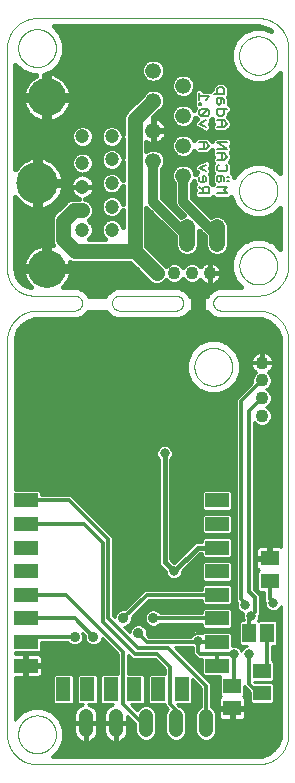
<source format=gbl>
G75*
%MOIN*%
%OFA0B0*%
%FSLAX25Y25*%
%IPPOS*%
%LPD*%
%AMOC8*
5,1,8,0,0,1.08239X$1,22.5*
%
%ADD10C,0.00000*%
%ADD11C,0.00600*%
%ADD12R,0.07874X0.04724*%
%ADD13R,0.04724X0.07874*%
%ADD14R,0.05906X0.05118*%
%ADD15R,0.04600X0.06300*%
%ADD16C,0.04331*%
%ADD17C,0.05250*%
%ADD18C,0.04724*%
%ADD19C,0.13843*%
%ADD20C,0.12661*%
%ADD21C,0.05400*%
%ADD22C,0.04800*%
%ADD23C,0.01000*%
%ADD24C,0.03169*%
%ADD25C,0.01600*%
%ADD26C,0.05000*%
%ADD27C,0.01200*%
%ADD28C,0.03562*%
%ADD29C,0.03200*%
D10*
X0066345Y0060183D02*
X0066345Y0191433D01*
X0075095Y0206433D02*
X0088845Y0206433D01*
X0088943Y0206431D01*
X0089041Y0206425D01*
X0089139Y0206416D01*
X0089236Y0206402D01*
X0089333Y0206385D01*
X0089429Y0206364D01*
X0089524Y0206339D01*
X0089618Y0206311D01*
X0089710Y0206278D01*
X0089802Y0206243D01*
X0089892Y0206203D01*
X0089980Y0206161D01*
X0090067Y0206114D01*
X0090151Y0206065D01*
X0090234Y0206012D01*
X0090314Y0205956D01*
X0090393Y0205896D01*
X0090469Y0205834D01*
X0090542Y0205769D01*
X0090613Y0205701D01*
X0090681Y0205630D01*
X0090746Y0205557D01*
X0090808Y0205481D01*
X0090868Y0205402D01*
X0090924Y0205322D01*
X0090977Y0205239D01*
X0091026Y0205155D01*
X0091073Y0205068D01*
X0091115Y0204980D01*
X0091155Y0204890D01*
X0091190Y0204798D01*
X0091223Y0204706D01*
X0091251Y0204612D01*
X0091276Y0204517D01*
X0091297Y0204421D01*
X0091314Y0204324D01*
X0091328Y0204227D01*
X0091337Y0204129D01*
X0091343Y0204031D01*
X0091345Y0203933D01*
X0091343Y0203835D01*
X0091337Y0203737D01*
X0091328Y0203639D01*
X0091314Y0203542D01*
X0091297Y0203445D01*
X0091276Y0203349D01*
X0091251Y0203254D01*
X0091223Y0203160D01*
X0091190Y0203068D01*
X0091155Y0202976D01*
X0091115Y0202886D01*
X0091073Y0202798D01*
X0091026Y0202711D01*
X0090977Y0202627D01*
X0090924Y0202544D01*
X0090868Y0202464D01*
X0090808Y0202385D01*
X0090746Y0202309D01*
X0090681Y0202236D01*
X0090613Y0202165D01*
X0090542Y0202097D01*
X0090469Y0202032D01*
X0090393Y0201970D01*
X0090314Y0201910D01*
X0090234Y0201854D01*
X0090151Y0201801D01*
X0090067Y0201752D01*
X0089980Y0201705D01*
X0089892Y0201663D01*
X0089802Y0201623D01*
X0089710Y0201588D01*
X0089618Y0201555D01*
X0089524Y0201527D01*
X0089429Y0201502D01*
X0089333Y0201481D01*
X0089236Y0201464D01*
X0089139Y0201450D01*
X0089041Y0201441D01*
X0088943Y0201435D01*
X0088845Y0201433D01*
X0076345Y0201433D01*
X0076103Y0201430D01*
X0075862Y0201421D01*
X0075621Y0201407D01*
X0075380Y0201386D01*
X0075140Y0201360D01*
X0074900Y0201328D01*
X0074661Y0201290D01*
X0074424Y0201247D01*
X0074187Y0201197D01*
X0073952Y0201142D01*
X0073718Y0201082D01*
X0073486Y0201015D01*
X0073255Y0200944D01*
X0073026Y0200866D01*
X0072799Y0200783D01*
X0072574Y0200695D01*
X0072351Y0200601D01*
X0072131Y0200502D01*
X0071913Y0200397D01*
X0071698Y0200288D01*
X0071485Y0200173D01*
X0071275Y0200053D01*
X0071069Y0199928D01*
X0070865Y0199798D01*
X0070664Y0199663D01*
X0070467Y0199523D01*
X0070273Y0199379D01*
X0070083Y0199230D01*
X0069897Y0199076D01*
X0069714Y0198918D01*
X0069535Y0198756D01*
X0069360Y0198589D01*
X0069189Y0198418D01*
X0069022Y0198243D01*
X0068860Y0198064D01*
X0068702Y0197881D01*
X0068548Y0197695D01*
X0068399Y0197505D01*
X0068255Y0197311D01*
X0068115Y0197114D01*
X0067980Y0196913D01*
X0067850Y0196709D01*
X0067725Y0196503D01*
X0067605Y0196293D01*
X0067490Y0196080D01*
X0067381Y0195865D01*
X0067276Y0195647D01*
X0067177Y0195427D01*
X0067083Y0195204D01*
X0066995Y0194979D01*
X0066912Y0194752D01*
X0066834Y0194523D01*
X0066763Y0194292D01*
X0066696Y0194060D01*
X0066636Y0193826D01*
X0066581Y0193591D01*
X0066531Y0193354D01*
X0066488Y0193117D01*
X0066450Y0192878D01*
X0066418Y0192638D01*
X0066392Y0192398D01*
X0066371Y0192157D01*
X0066357Y0191916D01*
X0066348Y0191675D01*
X0066345Y0191433D01*
X0066345Y0215183D02*
X0066345Y0288933D01*
X0066348Y0289175D01*
X0066357Y0289416D01*
X0066371Y0289657D01*
X0066392Y0289898D01*
X0066418Y0290138D01*
X0066450Y0290378D01*
X0066488Y0290617D01*
X0066531Y0290854D01*
X0066581Y0291091D01*
X0066636Y0291326D01*
X0066696Y0291560D01*
X0066763Y0291792D01*
X0066834Y0292023D01*
X0066912Y0292252D01*
X0066995Y0292479D01*
X0067083Y0292704D01*
X0067177Y0292927D01*
X0067276Y0293147D01*
X0067381Y0293365D01*
X0067490Y0293580D01*
X0067605Y0293793D01*
X0067725Y0294003D01*
X0067850Y0294209D01*
X0067980Y0294413D01*
X0068115Y0294614D01*
X0068255Y0294811D01*
X0068399Y0295005D01*
X0068548Y0295195D01*
X0068702Y0295381D01*
X0068860Y0295564D01*
X0069022Y0295743D01*
X0069189Y0295918D01*
X0069360Y0296089D01*
X0069535Y0296256D01*
X0069714Y0296418D01*
X0069897Y0296576D01*
X0070083Y0296730D01*
X0070273Y0296879D01*
X0070467Y0297023D01*
X0070664Y0297163D01*
X0070865Y0297298D01*
X0071069Y0297428D01*
X0071275Y0297553D01*
X0071485Y0297673D01*
X0071698Y0297788D01*
X0071913Y0297897D01*
X0072131Y0298002D01*
X0072351Y0298101D01*
X0072574Y0298195D01*
X0072799Y0298283D01*
X0073026Y0298366D01*
X0073255Y0298444D01*
X0073486Y0298515D01*
X0073718Y0298582D01*
X0073952Y0298642D01*
X0074187Y0298697D01*
X0074424Y0298747D01*
X0074661Y0298790D01*
X0074900Y0298828D01*
X0075140Y0298860D01*
X0075380Y0298886D01*
X0075621Y0298907D01*
X0075862Y0298921D01*
X0076103Y0298930D01*
X0076345Y0298933D01*
X0150095Y0298933D01*
X0150337Y0298930D01*
X0150578Y0298921D01*
X0150819Y0298907D01*
X0151060Y0298886D01*
X0151300Y0298860D01*
X0151540Y0298828D01*
X0151779Y0298790D01*
X0152016Y0298747D01*
X0152253Y0298697D01*
X0152488Y0298642D01*
X0152722Y0298582D01*
X0152954Y0298515D01*
X0153185Y0298444D01*
X0153414Y0298366D01*
X0153641Y0298283D01*
X0153866Y0298195D01*
X0154089Y0298101D01*
X0154309Y0298002D01*
X0154527Y0297897D01*
X0154742Y0297788D01*
X0154955Y0297673D01*
X0155165Y0297553D01*
X0155371Y0297428D01*
X0155575Y0297298D01*
X0155776Y0297163D01*
X0155973Y0297023D01*
X0156167Y0296879D01*
X0156357Y0296730D01*
X0156543Y0296576D01*
X0156726Y0296418D01*
X0156905Y0296256D01*
X0157080Y0296089D01*
X0157251Y0295918D01*
X0157418Y0295743D01*
X0157580Y0295564D01*
X0157738Y0295381D01*
X0157892Y0295195D01*
X0158041Y0295005D01*
X0158185Y0294811D01*
X0158325Y0294614D01*
X0158460Y0294413D01*
X0158590Y0294209D01*
X0158715Y0294003D01*
X0158835Y0293793D01*
X0158950Y0293580D01*
X0159059Y0293365D01*
X0159164Y0293147D01*
X0159263Y0292927D01*
X0159357Y0292704D01*
X0159445Y0292479D01*
X0159528Y0292252D01*
X0159606Y0292023D01*
X0159677Y0291792D01*
X0159744Y0291560D01*
X0159804Y0291326D01*
X0159859Y0291091D01*
X0159909Y0290854D01*
X0159952Y0290617D01*
X0159990Y0290378D01*
X0160022Y0290138D01*
X0160048Y0289898D01*
X0160069Y0289657D01*
X0160083Y0289416D01*
X0160092Y0289175D01*
X0160095Y0288933D01*
X0160095Y0216433D01*
X0160092Y0216191D01*
X0160083Y0215950D01*
X0160069Y0215709D01*
X0160048Y0215468D01*
X0160022Y0215228D01*
X0159990Y0214988D01*
X0159952Y0214749D01*
X0159909Y0214512D01*
X0159859Y0214275D01*
X0159804Y0214040D01*
X0159744Y0213806D01*
X0159677Y0213574D01*
X0159606Y0213343D01*
X0159528Y0213114D01*
X0159445Y0212887D01*
X0159357Y0212662D01*
X0159263Y0212439D01*
X0159164Y0212219D01*
X0159059Y0212001D01*
X0158950Y0211786D01*
X0158835Y0211573D01*
X0158715Y0211363D01*
X0158590Y0211157D01*
X0158460Y0210953D01*
X0158325Y0210752D01*
X0158185Y0210555D01*
X0158041Y0210361D01*
X0157892Y0210171D01*
X0157738Y0209985D01*
X0157580Y0209802D01*
X0157418Y0209623D01*
X0157251Y0209448D01*
X0157080Y0209277D01*
X0156905Y0209110D01*
X0156726Y0208948D01*
X0156543Y0208790D01*
X0156357Y0208636D01*
X0156167Y0208487D01*
X0155973Y0208343D01*
X0155776Y0208203D01*
X0155575Y0208068D01*
X0155371Y0207938D01*
X0155165Y0207813D01*
X0154955Y0207693D01*
X0154742Y0207578D01*
X0154527Y0207469D01*
X0154309Y0207364D01*
X0154089Y0207265D01*
X0153866Y0207171D01*
X0153641Y0207083D01*
X0153414Y0207000D01*
X0153185Y0206922D01*
X0152954Y0206851D01*
X0152722Y0206784D01*
X0152488Y0206724D01*
X0152253Y0206669D01*
X0152016Y0206619D01*
X0151779Y0206576D01*
X0151540Y0206538D01*
X0151300Y0206506D01*
X0151060Y0206480D01*
X0150819Y0206459D01*
X0150578Y0206445D01*
X0150337Y0206436D01*
X0150095Y0206433D01*
X0137595Y0206433D01*
X0137497Y0206431D01*
X0137399Y0206425D01*
X0137301Y0206416D01*
X0137204Y0206402D01*
X0137107Y0206385D01*
X0137011Y0206364D01*
X0136916Y0206339D01*
X0136822Y0206311D01*
X0136730Y0206278D01*
X0136638Y0206243D01*
X0136548Y0206203D01*
X0136460Y0206161D01*
X0136373Y0206114D01*
X0136289Y0206065D01*
X0136206Y0206012D01*
X0136126Y0205956D01*
X0136047Y0205896D01*
X0135971Y0205834D01*
X0135898Y0205769D01*
X0135827Y0205701D01*
X0135759Y0205630D01*
X0135694Y0205557D01*
X0135632Y0205481D01*
X0135572Y0205402D01*
X0135516Y0205322D01*
X0135463Y0205239D01*
X0135414Y0205155D01*
X0135367Y0205068D01*
X0135325Y0204980D01*
X0135285Y0204890D01*
X0135250Y0204798D01*
X0135217Y0204706D01*
X0135189Y0204612D01*
X0135164Y0204517D01*
X0135143Y0204421D01*
X0135126Y0204324D01*
X0135112Y0204227D01*
X0135103Y0204129D01*
X0135097Y0204031D01*
X0135095Y0203933D01*
X0135097Y0203835D01*
X0135103Y0203737D01*
X0135112Y0203639D01*
X0135126Y0203542D01*
X0135143Y0203445D01*
X0135164Y0203349D01*
X0135189Y0203254D01*
X0135217Y0203160D01*
X0135250Y0203068D01*
X0135285Y0202976D01*
X0135325Y0202886D01*
X0135367Y0202798D01*
X0135414Y0202711D01*
X0135463Y0202627D01*
X0135516Y0202544D01*
X0135572Y0202464D01*
X0135632Y0202385D01*
X0135694Y0202309D01*
X0135759Y0202236D01*
X0135827Y0202165D01*
X0135898Y0202097D01*
X0135971Y0202032D01*
X0136047Y0201970D01*
X0136126Y0201910D01*
X0136206Y0201854D01*
X0136289Y0201801D01*
X0136373Y0201752D01*
X0136460Y0201705D01*
X0136548Y0201663D01*
X0136638Y0201623D01*
X0136730Y0201588D01*
X0136822Y0201555D01*
X0136916Y0201527D01*
X0137011Y0201502D01*
X0137107Y0201481D01*
X0137204Y0201464D01*
X0137301Y0201450D01*
X0137399Y0201441D01*
X0137497Y0201435D01*
X0137595Y0201433D01*
X0150095Y0201433D01*
X0150337Y0201430D01*
X0150578Y0201421D01*
X0150819Y0201407D01*
X0151060Y0201386D01*
X0151300Y0201360D01*
X0151540Y0201328D01*
X0151779Y0201290D01*
X0152016Y0201247D01*
X0152253Y0201197D01*
X0152488Y0201142D01*
X0152722Y0201082D01*
X0152954Y0201015D01*
X0153185Y0200944D01*
X0153414Y0200866D01*
X0153641Y0200783D01*
X0153866Y0200695D01*
X0154089Y0200601D01*
X0154309Y0200502D01*
X0154527Y0200397D01*
X0154742Y0200288D01*
X0154955Y0200173D01*
X0155165Y0200053D01*
X0155371Y0199928D01*
X0155575Y0199798D01*
X0155776Y0199663D01*
X0155973Y0199523D01*
X0156167Y0199379D01*
X0156357Y0199230D01*
X0156543Y0199076D01*
X0156726Y0198918D01*
X0156905Y0198756D01*
X0157080Y0198589D01*
X0157251Y0198418D01*
X0157418Y0198243D01*
X0157580Y0198064D01*
X0157738Y0197881D01*
X0157892Y0197695D01*
X0158041Y0197505D01*
X0158185Y0197311D01*
X0158325Y0197114D01*
X0158460Y0196913D01*
X0158590Y0196709D01*
X0158715Y0196503D01*
X0158835Y0196293D01*
X0158950Y0196080D01*
X0159059Y0195865D01*
X0159164Y0195647D01*
X0159263Y0195427D01*
X0159357Y0195204D01*
X0159445Y0194979D01*
X0159528Y0194752D01*
X0159606Y0194523D01*
X0159677Y0194292D01*
X0159744Y0194060D01*
X0159804Y0193826D01*
X0159859Y0193591D01*
X0159909Y0193354D01*
X0159952Y0193117D01*
X0159990Y0192878D01*
X0160022Y0192638D01*
X0160048Y0192398D01*
X0160069Y0192157D01*
X0160083Y0191916D01*
X0160092Y0191675D01*
X0160095Y0191433D01*
X0160095Y0060183D01*
X0160092Y0059941D01*
X0160083Y0059700D01*
X0160069Y0059459D01*
X0160048Y0059218D01*
X0160022Y0058978D01*
X0159990Y0058738D01*
X0159952Y0058499D01*
X0159909Y0058262D01*
X0159859Y0058025D01*
X0159804Y0057790D01*
X0159744Y0057556D01*
X0159677Y0057324D01*
X0159606Y0057093D01*
X0159528Y0056864D01*
X0159445Y0056637D01*
X0159357Y0056412D01*
X0159263Y0056189D01*
X0159164Y0055969D01*
X0159059Y0055751D01*
X0158950Y0055536D01*
X0158835Y0055323D01*
X0158715Y0055113D01*
X0158590Y0054907D01*
X0158460Y0054703D01*
X0158325Y0054502D01*
X0158185Y0054305D01*
X0158041Y0054111D01*
X0157892Y0053921D01*
X0157738Y0053735D01*
X0157580Y0053552D01*
X0157418Y0053373D01*
X0157251Y0053198D01*
X0157080Y0053027D01*
X0156905Y0052860D01*
X0156726Y0052698D01*
X0156543Y0052540D01*
X0156357Y0052386D01*
X0156167Y0052237D01*
X0155973Y0052093D01*
X0155776Y0051953D01*
X0155575Y0051818D01*
X0155371Y0051688D01*
X0155165Y0051563D01*
X0154955Y0051443D01*
X0154742Y0051328D01*
X0154527Y0051219D01*
X0154309Y0051114D01*
X0154089Y0051015D01*
X0153866Y0050921D01*
X0153641Y0050833D01*
X0153414Y0050750D01*
X0153185Y0050672D01*
X0152954Y0050601D01*
X0152722Y0050534D01*
X0152488Y0050474D01*
X0152253Y0050419D01*
X0152016Y0050369D01*
X0151779Y0050326D01*
X0151540Y0050288D01*
X0151300Y0050256D01*
X0151060Y0050230D01*
X0150819Y0050209D01*
X0150578Y0050195D01*
X0150337Y0050186D01*
X0150095Y0050183D01*
X0076345Y0050183D01*
X0076103Y0050186D01*
X0075862Y0050195D01*
X0075621Y0050209D01*
X0075380Y0050230D01*
X0075140Y0050256D01*
X0074900Y0050288D01*
X0074661Y0050326D01*
X0074424Y0050369D01*
X0074187Y0050419D01*
X0073952Y0050474D01*
X0073718Y0050534D01*
X0073486Y0050601D01*
X0073255Y0050672D01*
X0073026Y0050750D01*
X0072799Y0050833D01*
X0072574Y0050921D01*
X0072351Y0051015D01*
X0072131Y0051114D01*
X0071913Y0051219D01*
X0071698Y0051328D01*
X0071485Y0051443D01*
X0071275Y0051563D01*
X0071069Y0051688D01*
X0070865Y0051818D01*
X0070664Y0051953D01*
X0070467Y0052093D01*
X0070273Y0052237D01*
X0070083Y0052386D01*
X0069897Y0052540D01*
X0069714Y0052698D01*
X0069535Y0052860D01*
X0069360Y0053027D01*
X0069189Y0053198D01*
X0069022Y0053373D01*
X0068860Y0053552D01*
X0068702Y0053735D01*
X0068548Y0053921D01*
X0068399Y0054111D01*
X0068255Y0054305D01*
X0068115Y0054502D01*
X0067980Y0054703D01*
X0067850Y0054907D01*
X0067725Y0055113D01*
X0067605Y0055323D01*
X0067490Y0055536D01*
X0067381Y0055751D01*
X0067276Y0055969D01*
X0067177Y0056189D01*
X0067083Y0056412D01*
X0066995Y0056637D01*
X0066912Y0056864D01*
X0066834Y0057093D01*
X0066763Y0057324D01*
X0066696Y0057556D01*
X0066636Y0057790D01*
X0066581Y0058025D01*
X0066531Y0058262D01*
X0066488Y0058499D01*
X0066450Y0058738D01*
X0066418Y0058978D01*
X0066392Y0059218D01*
X0066371Y0059459D01*
X0066357Y0059700D01*
X0066348Y0059941D01*
X0066345Y0060183D01*
X0070046Y0060183D02*
X0070048Y0060341D01*
X0070054Y0060499D01*
X0070064Y0060657D01*
X0070078Y0060815D01*
X0070096Y0060972D01*
X0070117Y0061129D01*
X0070143Y0061285D01*
X0070173Y0061441D01*
X0070206Y0061596D01*
X0070244Y0061749D01*
X0070285Y0061902D01*
X0070330Y0062054D01*
X0070379Y0062205D01*
X0070432Y0062354D01*
X0070488Y0062502D01*
X0070548Y0062648D01*
X0070612Y0062793D01*
X0070680Y0062936D01*
X0070751Y0063078D01*
X0070825Y0063218D01*
X0070903Y0063355D01*
X0070985Y0063491D01*
X0071069Y0063625D01*
X0071158Y0063756D01*
X0071249Y0063885D01*
X0071344Y0064012D01*
X0071441Y0064137D01*
X0071542Y0064259D01*
X0071646Y0064378D01*
X0071753Y0064495D01*
X0071863Y0064609D01*
X0071976Y0064720D01*
X0072091Y0064829D01*
X0072209Y0064934D01*
X0072330Y0065036D01*
X0072453Y0065136D01*
X0072579Y0065232D01*
X0072707Y0065325D01*
X0072837Y0065415D01*
X0072970Y0065501D01*
X0073105Y0065585D01*
X0073241Y0065664D01*
X0073380Y0065741D01*
X0073521Y0065813D01*
X0073663Y0065883D01*
X0073807Y0065948D01*
X0073953Y0066010D01*
X0074100Y0066068D01*
X0074249Y0066123D01*
X0074399Y0066174D01*
X0074550Y0066221D01*
X0074702Y0066264D01*
X0074855Y0066303D01*
X0075010Y0066339D01*
X0075165Y0066370D01*
X0075321Y0066398D01*
X0075477Y0066422D01*
X0075634Y0066442D01*
X0075792Y0066458D01*
X0075949Y0066470D01*
X0076108Y0066478D01*
X0076266Y0066482D01*
X0076424Y0066482D01*
X0076582Y0066478D01*
X0076741Y0066470D01*
X0076898Y0066458D01*
X0077056Y0066442D01*
X0077213Y0066422D01*
X0077369Y0066398D01*
X0077525Y0066370D01*
X0077680Y0066339D01*
X0077835Y0066303D01*
X0077988Y0066264D01*
X0078140Y0066221D01*
X0078291Y0066174D01*
X0078441Y0066123D01*
X0078590Y0066068D01*
X0078737Y0066010D01*
X0078883Y0065948D01*
X0079027Y0065883D01*
X0079169Y0065813D01*
X0079310Y0065741D01*
X0079449Y0065664D01*
X0079585Y0065585D01*
X0079720Y0065501D01*
X0079853Y0065415D01*
X0079983Y0065325D01*
X0080111Y0065232D01*
X0080237Y0065136D01*
X0080360Y0065036D01*
X0080481Y0064934D01*
X0080599Y0064829D01*
X0080714Y0064720D01*
X0080827Y0064609D01*
X0080937Y0064495D01*
X0081044Y0064378D01*
X0081148Y0064259D01*
X0081249Y0064137D01*
X0081346Y0064012D01*
X0081441Y0063885D01*
X0081532Y0063756D01*
X0081621Y0063625D01*
X0081705Y0063491D01*
X0081787Y0063355D01*
X0081865Y0063218D01*
X0081939Y0063078D01*
X0082010Y0062936D01*
X0082078Y0062793D01*
X0082142Y0062648D01*
X0082202Y0062502D01*
X0082258Y0062354D01*
X0082311Y0062205D01*
X0082360Y0062054D01*
X0082405Y0061902D01*
X0082446Y0061749D01*
X0082484Y0061596D01*
X0082517Y0061441D01*
X0082547Y0061285D01*
X0082573Y0061129D01*
X0082594Y0060972D01*
X0082612Y0060815D01*
X0082626Y0060657D01*
X0082636Y0060499D01*
X0082642Y0060341D01*
X0082644Y0060183D01*
X0082642Y0060025D01*
X0082636Y0059867D01*
X0082626Y0059709D01*
X0082612Y0059551D01*
X0082594Y0059394D01*
X0082573Y0059237D01*
X0082547Y0059081D01*
X0082517Y0058925D01*
X0082484Y0058770D01*
X0082446Y0058617D01*
X0082405Y0058464D01*
X0082360Y0058312D01*
X0082311Y0058161D01*
X0082258Y0058012D01*
X0082202Y0057864D01*
X0082142Y0057718D01*
X0082078Y0057573D01*
X0082010Y0057430D01*
X0081939Y0057288D01*
X0081865Y0057148D01*
X0081787Y0057011D01*
X0081705Y0056875D01*
X0081621Y0056741D01*
X0081532Y0056610D01*
X0081441Y0056481D01*
X0081346Y0056354D01*
X0081249Y0056229D01*
X0081148Y0056107D01*
X0081044Y0055988D01*
X0080937Y0055871D01*
X0080827Y0055757D01*
X0080714Y0055646D01*
X0080599Y0055537D01*
X0080481Y0055432D01*
X0080360Y0055330D01*
X0080237Y0055230D01*
X0080111Y0055134D01*
X0079983Y0055041D01*
X0079853Y0054951D01*
X0079720Y0054865D01*
X0079585Y0054781D01*
X0079449Y0054702D01*
X0079310Y0054625D01*
X0079169Y0054553D01*
X0079027Y0054483D01*
X0078883Y0054418D01*
X0078737Y0054356D01*
X0078590Y0054298D01*
X0078441Y0054243D01*
X0078291Y0054192D01*
X0078140Y0054145D01*
X0077988Y0054102D01*
X0077835Y0054063D01*
X0077680Y0054027D01*
X0077525Y0053996D01*
X0077369Y0053968D01*
X0077213Y0053944D01*
X0077056Y0053924D01*
X0076898Y0053908D01*
X0076741Y0053896D01*
X0076582Y0053888D01*
X0076424Y0053884D01*
X0076266Y0053884D01*
X0076108Y0053888D01*
X0075949Y0053896D01*
X0075792Y0053908D01*
X0075634Y0053924D01*
X0075477Y0053944D01*
X0075321Y0053968D01*
X0075165Y0053996D01*
X0075010Y0054027D01*
X0074855Y0054063D01*
X0074702Y0054102D01*
X0074550Y0054145D01*
X0074399Y0054192D01*
X0074249Y0054243D01*
X0074100Y0054298D01*
X0073953Y0054356D01*
X0073807Y0054418D01*
X0073663Y0054483D01*
X0073521Y0054553D01*
X0073380Y0054625D01*
X0073241Y0054702D01*
X0073105Y0054781D01*
X0072970Y0054865D01*
X0072837Y0054951D01*
X0072707Y0055041D01*
X0072579Y0055134D01*
X0072453Y0055230D01*
X0072330Y0055330D01*
X0072209Y0055432D01*
X0072091Y0055537D01*
X0071976Y0055646D01*
X0071863Y0055757D01*
X0071753Y0055871D01*
X0071646Y0055988D01*
X0071542Y0056107D01*
X0071441Y0056229D01*
X0071344Y0056354D01*
X0071249Y0056481D01*
X0071158Y0056610D01*
X0071069Y0056741D01*
X0070985Y0056875D01*
X0070903Y0057011D01*
X0070825Y0057148D01*
X0070751Y0057288D01*
X0070680Y0057430D01*
X0070612Y0057573D01*
X0070548Y0057718D01*
X0070488Y0057864D01*
X0070432Y0058012D01*
X0070379Y0058161D01*
X0070330Y0058312D01*
X0070285Y0058464D01*
X0070244Y0058617D01*
X0070206Y0058770D01*
X0070173Y0058925D01*
X0070143Y0059081D01*
X0070117Y0059237D01*
X0070096Y0059394D01*
X0070078Y0059551D01*
X0070064Y0059709D01*
X0070054Y0059867D01*
X0070048Y0060025D01*
X0070046Y0060183D01*
X0128796Y0182683D02*
X0128798Y0182841D01*
X0128804Y0182999D01*
X0128814Y0183157D01*
X0128828Y0183315D01*
X0128846Y0183472D01*
X0128867Y0183629D01*
X0128893Y0183785D01*
X0128923Y0183941D01*
X0128956Y0184096D01*
X0128994Y0184249D01*
X0129035Y0184402D01*
X0129080Y0184554D01*
X0129129Y0184705D01*
X0129182Y0184854D01*
X0129238Y0185002D01*
X0129298Y0185148D01*
X0129362Y0185293D01*
X0129430Y0185436D01*
X0129501Y0185578D01*
X0129575Y0185718D01*
X0129653Y0185855D01*
X0129735Y0185991D01*
X0129819Y0186125D01*
X0129908Y0186256D01*
X0129999Y0186385D01*
X0130094Y0186512D01*
X0130191Y0186637D01*
X0130292Y0186759D01*
X0130396Y0186878D01*
X0130503Y0186995D01*
X0130613Y0187109D01*
X0130726Y0187220D01*
X0130841Y0187329D01*
X0130959Y0187434D01*
X0131080Y0187536D01*
X0131203Y0187636D01*
X0131329Y0187732D01*
X0131457Y0187825D01*
X0131587Y0187915D01*
X0131720Y0188001D01*
X0131855Y0188085D01*
X0131991Y0188164D01*
X0132130Y0188241D01*
X0132271Y0188313D01*
X0132413Y0188383D01*
X0132557Y0188448D01*
X0132703Y0188510D01*
X0132850Y0188568D01*
X0132999Y0188623D01*
X0133149Y0188674D01*
X0133300Y0188721D01*
X0133452Y0188764D01*
X0133605Y0188803D01*
X0133760Y0188839D01*
X0133915Y0188870D01*
X0134071Y0188898D01*
X0134227Y0188922D01*
X0134384Y0188942D01*
X0134542Y0188958D01*
X0134699Y0188970D01*
X0134858Y0188978D01*
X0135016Y0188982D01*
X0135174Y0188982D01*
X0135332Y0188978D01*
X0135491Y0188970D01*
X0135648Y0188958D01*
X0135806Y0188942D01*
X0135963Y0188922D01*
X0136119Y0188898D01*
X0136275Y0188870D01*
X0136430Y0188839D01*
X0136585Y0188803D01*
X0136738Y0188764D01*
X0136890Y0188721D01*
X0137041Y0188674D01*
X0137191Y0188623D01*
X0137340Y0188568D01*
X0137487Y0188510D01*
X0137633Y0188448D01*
X0137777Y0188383D01*
X0137919Y0188313D01*
X0138060Y0188241D01*
X0138199Y0188164D01*
X0138335Y0188085D01*
X0138470Y0188001D01*
X0138603Y0187915D01*
X0138733Y0187825D01*
X0138861Y0187732D01*
X0138987Y0187636D01*
X0139110Y0187536D01*
X0139231Y0187434D01*
X0139349Y0187329D01*
X0139464Y0187220D01*
X0139577Y0187109D01*
X0139687Y0186995D01*
X0139794Y0186878D01*
X0139898Y0186759D01*
X0139999Y0186637D01*
X0140096Y0186512D01*
X0140191Y0186385D01*
X0140282Y0186256D01*
X0140371Y0186125D01*
X0140455Y0185991D01*
X0140537Y0185855D01*
X0140615Y0185718D01*
X0140689Y0185578D01*
X0140760Y0185436D01*
X0140828Y0185293D01*
X0140892Y0185148D01*
X0140952Y0185002D01*
X0141008Y0184854D01*
X0141061Y0184705D01*
X0141110Y0184554D01*
X0141155Y0184402D01*
X0141196Y0184249D01*
X0141234Y0184096D01*
X0141267Y0183941D01*
X0141297Y0183785D01*
X0141323Y0183629D01*
X0141344Y0183472D01*
X0141362Y0183315D01*
X0141376Y0183157D01*
X0141386Y0182999D01*
X0141392Y0182841D01*
X0141394Y0182683D01*
X0141392Y0182525D01*
X0141386Y0182367D01*
X0141376Y0182209D01*
X0141362Y0182051D01*
X0141344Y0181894D01*
X0141323Y0181737D01*
X0141297Y0181581D01*
X0141267Y0181425D01*
X0141234Y0181270D01*
X0141196Y0181117D01*
X0141155Y0180964D01*
X0141110Y0180812D01*
X0141061Y0180661D01*
X0141008Y0180512D01*
X0140952Y0180364D01*
X0140892Y0180218D01*
X0140828Y0180073D01*
X0140760Y0179930D01*
X0140689Y0179788D01*
X0140615Y0179648D01*
X0140537Y0179511D01*
X0140455Y0179375D01*
X0140371Y0179241D01*
X0140282Y0179110D01*
X0140191Y0178981D01*
X0140096Y0178854D01*
X0139999Y0178729D01*
X0139898Y0178607D01*
X0139794Y0178488D01*
X0139687Y0178371D01*
X0139577Y0178257D01*
X0139464Y0178146D01*
X0139349Y0178037D01*
X0139231Y0177932D01*
X0139110Y0177830D01*
X0138987Y0177730D01*
X0138861Y0177634D01*
X0138733Y0177541D01*
X0138603Y0177451D01*
X0138470Y0177365D01*
X0138335Y0177281D01*
X0138199Y0177202D01*
X0138060Y0177125D01*
X0137919Y0177053D01*
X0137777Y0176983D01*
X0137633Y0176918D01*
X0137487Y0176856D01*
X0137340Y0176798D01*
X0137191Y0176743D01*
X0137041Y0176692D01*
X0136890Y0176645D01*
X0136738Y0176602D01*
X0136585Y0176563D01*
X0136430Y0176527D01*
X0136275Y0176496D01*
X0136119Y0176468D01*
X0135963Y0176444D01*
X0135806Y0176424D01*
X0135648Y0176408D01*
X0135491Y0176396D01*
X0135332Y0176388D01*
X0135174Y0176384D01*
X0135016Y0176384D01*
X0134858Y0176388D01*
X0134699Y0176396D01*
X0134542Y0176408D01*
X0134384Y0176424D01*
X0134227Y0176444D01*
X0134071Y0176468D01*
X0133915Y0176496D01*
X0133760Y0176527D01*
X0133605Y0176563D01*
X0133452Y0176602D01*
X0133300Y0176645D01*
X0133149Y0176692D01*
X0132999Y0176743D01*
X0132850Y0176798D01*
X0132703Y0176856D01*
X0132557Y0176918D01*
X0132413Y0176983D01*
X0132271Y0177053D01*
X0132130Y0177125D01*
X0131991Y0177202D01*
X0131855Y0177281D01*
X0131720Y0177365D01*
X0131587Y0177451D01*
X0131457Y0177541D01*
X0131329Y0177634D01*
X0131203Y0177730D01*
X0131080Y0177830D01*
X0130959Y0177932D01*
X0130841Y0178037D01*
X0130726Y0178146D01*
X0130613Y0178257D01*
X0130503Y0178371D01*
X0130396Y0178488D01*
X0130292Y0178607D01*
X0130191Y0178729D01*
X0130094Y0178854D01*
X0129999Y0178981D01*
X0129908Y0179110D01*
X0129819Y0179241D01*
X0129735Y0179375D01*
X0129653Y0179511D01*
X0129575Y0179648D01*
X0129501Y0179788D01*
X0129430Y0179930D01*
X0129362Y0180073D01*
X0129298Y0180218D01*
X0129238Y0180364D01*
X0129182Y0180512D01*
X0129129Y0180661D01*
X0129080Y0180812D01*
X0129035Y0180964D01*
X0128994Y0181117D01*
X0128956Y0181270D01*
X0128923Y0181425D01*
X0128893Y0181581D01*
X0128867Y0181737D01*
X0128846Y0181894D01*
X0128828Y0182051D01*
X0128814Y0182209D01*
X0128804Y0182367D01*
X0128798Y0182525D01*
X0128796Y0182683D01*
X0122595Y0201433D02*
X0103845Y0201433D01*
X0103747Y0201435D01*
X0103649Y0201441D01*
X0103551Y0201450D01*
X0103454Y0201464D01*
X0103357Y0201481D01*
X0103261Y0201502D01*
X0103166Y0201527D01*
X0103072Y0201555D01*
X0102980Y0201588D01*
X0102888Y0201623D01*
X0102798Y0201663D01*
X0102710Y0201705D01*
X0102623Y0201752D01*
X0102539Y0201801D01*
X0102456Y0201854D01*
X0102376Y0201910D01*
X0102297Y0201970D01*
X0102221Y0202032D01*
X0102148Y0202097D01*
X0102077Y0202165D01*
X0102009Y0202236D01*
X0101944Y0202309D01*
X0101882Y0202385D01*
X0101822Y0202464D01*
X0101766Y0202544D01*
X0101713Y0202627D01*
X0101664Y0202711D01*
X0101617Y0202798D01*
X0101575Y0202886D01*
X0101535Y0202976D01*
X0101500Y0203068D01*
X0101467Y0203160D01*
X0101439Y0203254D01*
X0101414Y0203349D01*
X0101393Y0203445D01*
X0101376Y0203542D01*
X0101362Y0203639D01*
X0101353Y0203737D01*
X0101347Y0203835D01*
X0101345Y0203933D01*
X0101347Y0204031D01*
X0101353Y0204129D01*
X0101362Y0204227D01*
X0101376Y0204324D01*
X0101393Y0204421D01*
X0101414Y0204517D01*
X0101439Y0204612D01*
X0101467Y0204706D01*
X0101500Y0204798D01*
X0101535Y0204890D01*
X0101575Y0204980D01*
X0101617Y0205068D01*
X0101664Y0205155D01*
X0101713Y0205239D01*
X0101766Y0205322D01*
X0101822Y0205402D01*
X0101882Y0205481D01*
X0101944Y0205557D01*
X0102009Y0205630D01*
X0102077Y0205701D01*
X0102148Y0205769D01*
X0102221Y0205834D01*
X0102297Y0205896D01*
X0102376Y0205956D01*
X0102456Y0206012D01*
X0102539Y0206065D01*
X0102623Y0206114D01*
X0102710Y0206161D01*
X0102798Y0206203D01*
X0102888Y0206243D01*
X0102980Y0206278D01*
X0103072Y0206311D01*
X0103166Y0206339D01*
X0103261Y0206364D01*
X0103357Y0206385D01*
X0103454Y0206402D01*
X0103551Y0206416D01*
X0103649Y0206425D01*
X0103747Y0206431D01*
X0103845Y0206433D01*
X0122595Y0206433D01*
X0122693Y0206431D01*
X0122791Y0206425D01*
X0122889Y0206416D01*
X0122986Y0206402D01*
X0123083Y0206385D01*
X0123179Y0206364D01*
X0123274Y0206339D01*
X0123368Y0206311D01*
X0123460Y0206278D01*
X0123552Y0206243D01*
X0123642Y0206203D01*
X0123730Y0206161D01*
X0123817Y0206114D01*
X0123901Y0206065D01*
X0123984Y0206012D01*
X0124064Y0205956D01*
X0124143Y0205896D01*
X0124219Y0205834D01*
X0124292Y0205769D01*
X0124363Y0205701D01*
X0124431Y0205630D01*
X0124496Y0205557D01*
X0124558Y0205481D01*
X0124618Y0205402D01*
X0124674Y0205322D01*
X0124727Y0205239D01*
X0124776Y0205155D01*
X0124823Y0205068D01*
X0124865Y0204980D01*
X0124905Y0204890D01*
X0124940Y0204798D01*
X0124973Y0204706D01*
X0125001Y0204612D01*
X0125026Y0204517D01*
X0125047Y0204421D01*
X0125064Y0204324D01*
X0125078Y0204227D01*
X0125087Y0204129D01*
X0125093Y0204031D01*
X0125095Y0203933D01*
X0125093Y0203835D01*
X0125087Y0203737D01*
X0125078Y0203639D01*
X0125064Y0203542D01*
X0125047Y0203445D01*
X0125026Y0203349D01*
X0125001Y0203254D01*
X0124973Y0203160D01*
X0124940Y0203068D01*
X0124905Y0202976D01*
X0124865Y0202886D01*
X0124823Y0202798D01*
X0124776Y0202711D01*
X0124727Y0202627D01*
X0124674Y0202544D01*
X0124618Y0202464D01*
X0124558Y0202385D01*
X0124496Y0202309D01*
X0124431Y0202236D01*
X0124363Y0202165D01*
X0124292Y0202097D01*
X0124219Y0202032D01*
X0124143Y0201970D01*
X0124064Y0201910D01*
X0123984Y0201854D01*
X0123901Y0201801D01*
X0123817Y0201752D01*
X0123730Y0201705D01*
X0123642Y0201663D01*
X0123552Y0201623D01*
X0123460Y0201588D01*
X0123368Y0201555D01*
X0123274Y0201527D01*
X0123179Y0201502D01*
X0123083Y0201481D01*
X0122986Y0201464D01*
X0122889Y0201450D01*
X0122791Y0201441D01*
X0122693Y0201435D01*
X0122595Y0201433D01*
X0143796Y0216433D02*
X0143798Y0216591D01*
X0143804Y0216749D01*
X0143814Y0216907D01*
X0143828Y0217065D01*
X0143846Y0217222D01*
X0143867Y0217379D01*
X0143893Y0217535D01*
X0143923Y0217691D01*
X0143956Y0217846D01*
X0143994Y0217999D01*
X0144035Y0218152D01*
X0144080Y0218304D01*
X0144129Y0218455D01*
X0144182Y0218604D01*
X0144238Y0218752D01*
X0144298Y0218898D01*
X0144362Y0219043D01*
X0144430Y0219186D01*
X0144501Y0219328D01*
X0144575Y0219468D01*
X0144653Y0219605D01*
X0144735Y0219741D01*
X0144819Y0219875D01*
X0144908Y0220006D01*
X0144999Y0220135D01*
X0145094Y0220262D01*
X0145191Y0220387D01*
X0145292Y0220509D01*
X0145396Y0220628D01*
X0145503Y0220745D01*
X0145613Y0220859D01*
X0145726Y0220970D01*
X0145841Y0221079D01*
X0145959Y0221184D01*
X0146080Y0221286D01*
X0146203Y0221386D01*
X0146329Y0221482D01*
X0146457Y0221575D01*
X0146587Y0221665D01*
X0146720Y0221751D01*
X0146855Y0221835D01*
X0146991Y0221914D01*
X0147130Y0221991D01*
X0147271Y0222063D01*
X0147413Y0222133D01*
X0147557Y0222198D01*
X0147703Y0222260D01*
X0147850Y0222318D01*
X0147999Y0222373D01*
X0148149Y0222424D01*
X0148300Y0222471D01*
X0148452Y0222514D01*
X0148605Y0222553D01*
X0148760Y0222589D01*
X0148915Y0222620D01*
X0149071Y0222648D01*
X0149227Y0222672D01*
X0149384Y0222692D01*
X0149542Y0222708D01*
X0149699Y0222720D01*
X0149858Y0222728D01*
X0150016Y0222732D01*
X0150174Y0222732D01*
X0150332Y0222728D01*
X0150491Y0222720D01*
X0150648Y0222708D01*
X0150806Y0222692D01*
X0150963Y0222672D01*
X0151119Y0222648D01*
X0151275Y0222620D01*
X0151430Y0222589D01*
X0151585Y0222553D01*
X0151738Y0222514D01*
X0151890Y0222471D01*
X0152041Y0222424D01*
X0152191Y0222373D01*
X0152340Y0222318D01*
X0152487Y0222260D01*
X0152633Y0222198D01*
X0152777Y0222133D01*
X0152919Y0222063D01*
X0153060Y0221991D01*
X0153199Y0221914D01*
X0153335Y0221835D01*
X0153470Y0221751D01*
X0153603Y0221665D01*
X0153733Y0221575D01*
X0153861Y0221482D01*
X0153987Y0221386D01*
X0154110Y0221286D01*
X0154231Y0221184D01*
X0154349Y0221079D01*
X0154464Y0220970D01*
X0154577Y0220859D01*
X0154687Y0220745D01*
X0154794Y0220628D01*
X0154898Y0220509D01*
X0154999Y0220387D01*
X0155096Y0220262D01*
X0155191Y0220135D01*
X0155282Y0220006D01*
X0155371Y0219875D01*
X0155455Y0219741D01*
X0155537Y0219605D01*
X0155615Y0219468D01*
X0155689Y0219328D01*
X0155760Y0219186D01*
X0155828Y0219043D01*
X0155892Y0218898D01*
X0155952Y0218752D01*
X0156008Y0218604D01*
X0156061Y0218455D01*
X0156110Y0218304D01*
X0156155Y0218152D01*
X0156196Y0217999D01*
X0156234Y0217846D01*
X0156267Y0217691D01*
X0156297Y0217535D01*
X0156323Y0217379D01*
X0156344Y0217222D01*
X0156362Y0217065D01*
X0156376Y0216907D01*
X0156386Y0216749D01*
X0156392Y0216591D01*
X0156394Y0216433D01*
X0156392Y0216275D01*
X0156386Y0216117D01*
X0156376Y0215959D01*
X0156362Y0215801D01*
X0156344Y0215644D01*
X0156323Y0215487D01*
X0156297Y0215331D01*
X0156267Y0215175D01*
X0156234Y0215020D01*
X0156196Y0214867D01*
X0156155Y0214714D01*
X0156110Y0214562D01*
X0156061Y0214411D01*
X0156008Y0214262D01*
X0155952Y0214114D01*
X0155892Y0213968D01*
X0155828Y0213823D01*
X0155760Y0213680D01*
X0155689Y0213538D01*
X0155615Y0213398D01*
X0155537Y0213261D01*
X0155455Y0213125D01*
X0155371Y0212991D01*
X0155282Y0212860D01*
X0155191Y0212731D01*
X0155096Y0212604D01*
X0154999Y0212479D01*
X0154898Y0212357D01*
X0154794Y0212238D01*
X0154687Y0212121D01*
X0154577Y0212007D01*
X0154464Y0211896D01*
X0154349Y0211787D01*
X0154231Y0211682D01*
X0154110Y0211580D01*
X0153987Y0211480D01*
X0153861Y0211384D01*
X0153733Y0211291D01*
X0153603Y0211201D01*
X0153470Y0211115D01*
X0153335Y0211031D01*
X0153199Y0210952D01*
X0153060Y0210875D01*
X0152919Y0210803D01*
X0152777Y0210733D01*
X0152633Y0210668D01*
X0152487Y0210606D01*
X0152340Y0210548D01*
X0152191Y0210493D01*
X0152041Y0210442D01*
X0151890Y0210395D01*
X0151738Y0210352D01*
X0151585Y0210313D01*
X0151430Y0210277D01*
X0151275Y0210246D01*
X0151119Y0210218D01*
X0150963Y0210194D01*
X0150806Y0210174D01*
X0150648Y0210158D01*
X0150491Y0210146D01*
X0150332Y0210138D01*
X0150174Y0210134D01*
X0150016Y0210134D01*
X0149858Y0210138D01*
X0149699Y0210146D01*
X0149542Y0210158D01*
X0149384Y0210174D01*
X0149227Y0210194D01*
X0149071Y0210218D01*
X0148915Y0210246D01*
X0148760Y0210277D01*
X0148605Y0210313D01*
X0148452Y0210352D01*
X0148300Y0210395D01*
X0148149Y0210442D01*
X0147999Y0210493D01*
X0147850Y0210548D01*
X0147703Y0210606D01*
X0147557Y0210668D01*
X0147413Y0210733D01*
X0147271Y0210803D01*
X0147130Y0210875D01*
X0146991Y0210952D01*
X0146855Y0211031D01*
X0146720Y0211115D01*
X0146587Y0211201D01*
X0146457Y0211291D01*
X0146329Y0211384D01*
X0146203Y0211480D01*
X0146080Y0211580D01*
X0145959Y0211682D01*
X0145841Y0211787D01*
X0145726Y0211896D01*
X0145613Y0212007D01*
X0145503Y0212121D01*
X0145396Y0212238D01*
X0145292Y0212357D01*
X0145191Y0212479D01*
X0145094Y0212604D01*
X0144999Y0212731D01*
X0144908Y0212860D01*
X0144819Y0212991D01*
X0144735Y0213125D01*
X0144653Y0213261D01*
X0144575Y0213398D01*
X0144501Y0213538D01*
X0144430Y0213680D01*
X0144362Y0213823D01*
X0144298Y0213968D01*
X0144238Y0214114D01*
X0144182Y0214262D01*
X0144129Y0214411D01*
X0144080Y0214562D01*
X0144035Y0214714D01*
X0143994Y0214867D01*
X0143956Y0215020D01*
X0143923Y0215175D01*
X0143893Y0215331D01*
X0143867Y0215487D01*
X0143846Y0215644D01*
X0143828Y0215801D01*
X0143814Y0215959D01*
X0143804Y0216117D01*
X0143798Y0216275D01*
X0143796Y0216433D01*
X0143695Y0241433D02*
X0143697Y0241593D01*
X0143703Y0241752D01*
X0143713Y0241911D01*
X0143727Y0242070D01*
X0143745Y0242229D01*
X0143766Y0242387D01*
X0143792Y0242544D01*
X0143822Y0242701D01*
X0143855Y0242857D01*
X0143893Y0243012D01*
X0143934Y0243166D01*
X0143979Y0243319D01*
X0144028Y0243471D01*
X0144081Y0243622D01*
X0144137Y0243771D01*
X0144198Y0243919D01*
X0144261Y0244065D01*
X0144329Y0244210D01*
X0144400Y0244353D01*
X0144474Y0244494D01*
X0144552Y0244633D01*
X0144634Y0244770D01*
X0144719Y0244905D01*
X0144807Y0245038D01*
X0144899Y0245169D01*
X0144993Y0245297D01*
X0145091Y0245423D01*
X0145192Y0245547D01*
X0145296Y0245668D01*
X0145403Y0245786D01*
X0145513Y0245902D01*
X0145626Y0246015D01*
X0145742Y0246125D01*
X0145860Y0246232D01*
X0145981Y0246336D01*
X0146105Y0246437D01*
X0146231Y0246535D01*
X0146359Y0246629D01*
X0146490Y0246721D01*
X0146623Y0246809D01*
X0146758Y0246894D01*
X0146895Y0246976D01*
X0147034Y0247054D01*
X0147175Y0247128D01*
X0147318Y0247199D01*
X0147463Y0247267D01*
X0147609Y0247330D01*
X0147757Y0247391D01*
X0147906Y0247447D01*
X0148057Y0247500D01*
X0148209Y0247549D01*
X0148362Y0247594D01*
X0148516Y0247635D01*
X0148671Y0247673D01*
X0148827Y0247706D01*
X0148984Y0247736D01*
X0149141Y0247762D01*
X0149299Y0247783D01*
X0149458Y0247801D01*
X0149617Y0247815D01*
X0149776Y0247825D01*
X0149935Y0247831D01*
X0150095Y0247833D01*
X0150255Y0247831D01*
X0150414Y0247825D01*
X0150573Y0247815D01*
X0150732Y0247801D01*
X0150891Y0247783D01*
X0151049Y0247762D01*
X0151206Y0247736D01*
X0151363Y0247706D01*
X0151519Y0247673D01*
X0151674Y0247635D01*
X0151828Y0247594D01*
X0151981Y0247549D01*
X0152133Y0247500D01*
X0152284Y0247447D01*
X0152433Y0247391D01*
X0152581Y0247330D01*
X0152727Y0247267D01*
X0152872Y0247199D01*
X0153015Y0247128D01*
X0153156Y0247054D01*
X0153295Y0246976D01*
X0153432Y0246894D01*
X0153567Y0246809D01*
X0153700Y0246721D01*
X0153831Y0246629D01*
X0153959Y0246535D01*
X0154085Y0246437D01*
X0154209Y0246336D01*
X0154330Y0246232D01*
X0154448Y0246125D01*
X0154564Y0246015D01*
X0154677Y0245902D01*
X0154787Y0245786D01*
X0154894Y0245668D01*
X0154998Y0245547D01*
X0155099Y0245423D01*
X0155197Y0245297D01*
X0155291Y0245169D01*
X0155383Y0245038D01*
X0155471Y0244905D01*
X0155556Y0244770D01*
X0155638Y0244633D01*
X0155716Y0244494D01*
X0155790Y0244353D01*
X0155861Y0244210D01*
X0155929Y0244065D01*
X0155992Y0243919D01*
X0156053Y0243771D01*
X0156109Y0243622D01*
X0156162Y0243471D01*
X0156211Y0243319D01*
X0156256Y0243166D01*
X0156297Y0243012D01*
X0156335Y0242857D01*
X0156368Y0242701D01*
X0156398Y0242544D01*
X0156424Y0242387D01*
X0156445Y0242229D01*
X0156463Y0242070D01*
X0156477Y0241911D01*
X0156487Y0241752D01*
X0156493Y0241593D01*
X0156495Y0241433D01*
X0156493Y0241273D01*
X0156487Y0241114D01*
X0156477Y0240955D01*
X0156463Y0240796D01*
X0156445Y0240637D01*
X0156424Y0240479D01*
X0156398Y0240322D01*
X0156368Y0240165D01*
X0156335Y0240009D01*
X0156297Y0239854D01*
X0156256Y0239700D01*
X0156211Y0239547D01*
X0156162Y0239395D01*
X0156109Y0239244D01*
X0156053Y0239095D01*
X0155992Y0238947D01*
X0155929Y0238801D01*
X0155861Y0238656D01*
X0155790Y0238513D01*
X0155716Y0238372D01*
X0155638Y0238233D01*
X0155556Y0238096D01*
X0155471Y0237961D01*
X0155383Y0237828D01*
X0155291Y0237697D01*
X0155197Y0237569D01*
X0155099Y0237443D01*
X0154998Y0237319D01*
X0154894Y0237198D01*
X0154787Y0237080D01*
X0154677Y0236964D01*
X0154564Y0236851D01*
X0154448Y0236741D01*
X0154330Y0236634D01*
X0154209Y0236530D01*
X0154085Y0236429D01*
X0153959Y0236331D01*
X0153831Y0236237D01*
X0153700Y0236145D01*
X0153567Y0236057D01*
X0153432Y0235972D01*
X0153295Y0235890D01*
X0153156Y0235812D01*
X0153015Y0235738D01*
X0152872Y0235667D01*
X0152727Y0235599D01*
X0152581Y0235536D01*
X0152433Y0235475D01*
X0152284Y0235419D01*
X0152133Y0235366D01*
X0151981Y0235317D01*
X0151828Y0235272D01*
X0151674Y0235231D01*
X0151519Y0235193D01*
X0151363Y0235160D01*
X0151206Y0235130D01*
X0151049Y0235104D01*
X0150891Y0235083D01*
X0150732Y0235065D01*
X0150573Y0235051D01*
X0150414Y0235041D01*
X0150255Y0235035D01*
X0150095Y0235033D01*
X0149935Y0235035D01*
X0149776Y0235041D01*
X0149617Y0235051D01*
X0149458Y0235065D01*
X0149299Y0235083D01*
X0149141Y0235104D01*
X0148984Y0235130D01*
X0148827Y0235160D01*
X0148671Y0235193D01*
X0148516Y0235231D01*
X0148362Y0235272D01*
X0148209Y0235317D01*
X0148057Y0235366D01*
X0147906Y0235419D01*
X0147757Y0235475D01*
X0147609Y0235536D01*
X0147463Y0235599D01*
X0147318Y0235667D01*
X0147175Y0235738D01*
X0147034Y0235812D01*
X0146895Y0235890D01*
X0146758Y0235972D01*
X0146623Y0236057D01*
X0146490Y0236145D01*
X0146359Y0236237D01*
X0146231Y0236331D01*
X0146105Y0236429D01*
X0145981Y0236530D01*
X0145860Y0236634D01*
X0145742Y0236741D01*
X0145626Y0236851D01*
X0145513Y0236964D01*
X0145403Y0237080D01*
X0145296Y0237198D01*
X0145192Y0237319D01*
X0145091Y0237443D01*
X0144993Y0237569D01*
X0144899Y0237697D01*
X0144807Y0237828D01*
X0144719Y0237961D01*
X0144634Y0238096D01*
X0144552Y0238233D01*
X0144474Y0238372D01*
X0144400Y0238513D01*
X0144329Y0238656D01*
X0144261Y0238801D01*
X0144198Y0238947D01*
X0144137Y0239095D01*
X0144081Y0239244D01*
X0144028Y0239395D01*
X0143979Y0239547D01*
X0143934Y0239700D01*
X0143893Y0239854D01*
X0143855Y0240009D01*
X0143822Y0240165D01*
X0143792Y0240322D01*
X0143766Y0240479D01*
X0143745Y0240637D01*
X0143727Y0240796D01*
X0143713Y0240955D01*
X0143703Y0241114D01*
X0143697Y0241273D01*
X0143695Y0241433D01*
X0143695Y0286433D02*
X0143697Y0286593D01*
X0143703Y0286752D01*
X0143713Y0286911D01*
X0143727Y0287070D01*
X0143745Y0287229D01*
X0143766Y0287387D01*
X0143792Y0287544D01*
X0143822Y0287701D01*
X0143855Y0287857D01*
X0143893Y0288012D01*
X0143934Y0288166D01*
X0143979Y0288319D01*
X0144028Y0288471D01*
X0144081Y0288622D01*
X0144137Y0288771D01*
X0144198Y0288919D01*
X0144261Y0289065D01*
X0144329Y0289210D01*
X0144400Y0289353D01*
X0144474Y0289494D01*
X0144552Y0289633D01*
X0144634Y0289770D01*
X0144719Y0289905D01*
X0144807Y0290038D01*
X0144899Y0290169D01*
X0144993Y0290297D01*
X0145091Y0290423D01*
X0145192Y0290547D01*
X0145296Y0290668D01*
X0145403Y0290786D01*
X0145513Y0290902D01*
X0145626Y0291015D01*
X0145742Y0291125D01*
X0145860Y0291232D01*
X0145981Y0291336D01*
X0146105Y0291437D01*
X0146231Y0291535D01*
X0146359Y0291629D01*
X0146490Y0291721D01*
X0146623Y0291809D01*
X0146758Y0291894D01*
X0146895Y0291976D01*
X0147034Y0292054D01*
X0147175Y0292128D01*
X0147318Y0292199D01*
X0147463Y0292267D01*
X0147609Y0292330D01*
X0147757Y0292391D01*
X0147906Y0292447D01*
X0148057Y0292500D01*
X0148209Y0292549D01*
X0148362Y0292594D01*
X0148516Y0292635D01*
X0148671Y0292673D01*
X0148827Y0292706D01*
X0148984Y0292736D01*
X0149141Y0292762D01*
X0149299Y0292783D01*
X0149458Y0292801D01*
X0149617Y0292815D01*
X0149776Y0292825D01*
X0149935Y0292831D01*
X0150095Y0292833D01*
X0150255Y0292831D01*
X0150414Y0292825D01*
X0150573Y0292815D01*
X0150732Y0292801D01*
X0150891Y0292783D01*
X0151049Y0292762D01*
X0151206Y0292736D01*
X0151363Y0292706D01*
X0151519Y0292673D01*
X0151674Y0292635D01*
X0151828Y0292594D01*
X0151981Y0292549D01*
X0152133Y0292500D01*
X0152284Y0292447D01*
X0152433Y0292391D01*
X0152581Y0292330D01*
X0152727Y0292267D01*
X0152872Y0292199D01*
X0153015Y0292128D01*
X0153156Y0292054D01*
X0153295Y0291976D01*
X0153432Y0291894D01*
X0153567Y0291809D01*
X0153700Y0291721D01*
X0153831Y0291629D01*
X0153959Y0291535D01*
X0154085Y0291437D01*
X0154209Y0291336D01*
X0154330Y0291232D01*
X0154448Y0291125D01*
X0154564Y0291015D01*
X0154677Y0290902D01*
X0154787Y0290786D01*
X0154894Y0290668D01*
X0154998Y0290547D01*
X0155099Y0290423D01*
X0155197Y0290297D01*
X0155291Y0290169D01*
X0155383Y0290038D01*
X0155471Y0289905D01*
X0155556Y0289770D01*
X0155638Y0289633D01*
X0155716Y0289494D01*
X0155790Y0289353D01*
X0155861Y0289210D01*
X0155929Y0289065D01*
X0155992Y0288919D01*
X0156053Y0288771D01*
X0156109Y0288622D01*
X0156162Y0288471D01*
X0156211Y0288319D01*
X0156256Y0288166D01*
X0156297Y0288012D01*
X0156335Y0287857D01*
X0156368Y0287701D01*
X0156398Y0287544D01*
X0156424Y0287387D01*
X0156445Y0287229D01*
X0156463Y0287070D01*
X0156477Y0286911D01*
X0156487Y0286752D01*
X0156493Y0286593D01*
X0156495Y0286433D01*
X0156493Y0286273D01*
X0156487Y0286114D01*
X0156477Y0285955D01*
X0156463Y0285796D01*
X0156445Y0285637D01*
X0156424Y0285479D01*
X0156398Y0285322D01*
X0156368Y0285165D01*
X0156335Y0285009D01*
X0156297Y0284854D01*
X0156256Y0284700D01*
X0156211Y0284547D01*
X0156162Y0284395D01*
X0156109Y0284244D01*
X0156053Y0284095D01*
X0155992Y0283947D01*
X0155929Y0283801D01*
X0155861Y0283656D01*
X0155790Y0283513D01*
X0155716Y0283372D01*
X0155638Y0283233D01*
X0155556Y0283096D01*
X0155471Y0282961D01*
X0155383Y0282828D01*
X0155291Y0282697D01*
X0155197Y0282569D01*
X0155099Y0282443D01*
X0154998Y0282319D01*
X0154894Y0282198D01*
X0154787Y0282080D01*
X0154677Y0281964D01*
X0154564Y0281851D01*
X0154448Y0281741D01*
X0154330Y0281634D01*
X0154209Y0281530D01*
X0154085Y0281429D01*
X0153959Y0281331D01*
X0153831Y0281237D01*
X0153700Y0281145D01*
X0153567Y0281057D01*
X0153432Y0280972D01*
X0153295Y0280890D01*
X0153156Y0280812D01*
X0153015Y0280738D01*
X0152872Y0280667D01*
X0152727Y0280599D01*
X0152581Y0280536D01*
X0152433Y0280475D01*
X0152284Y0280419D01*
X0152133Y0280366D01*
X0151981Y0280317D01*
X0151828Y0280272D01*
X0151674Y0280231D01*
X0151519Y0280193D01*
X0151363Y0280160D01*
X0151206Y0280130D01*
X0151049Y0280104D01*
X0150891Y0280083D01*
X0150732Y0280065D01*
X0150573Y0280051D01*
X0150414Y0280041D01*
X0150255Y0280035D01*
X0150095Y0280033D01*
X0149935Y0280035D01*
X0149776Y0280041D01*
X0149617Y0280051D01*
X0149458Y0280065D01*
X0149299Y0280083D01*
X0149141Y0280104D01*
X0148984Y0280130D01*
X0148827Y0280160D01*
X0148671Y0280193D01*
X0148516Y0280231D01*
X0148362Y0280272D01*
X0148209Y0280317D01*
X0148057Y0280366D01*
X0147906Y0280419D01*
X0147757Y0280475D01*
X0147609Y0280536D01*
X0147463Y0280599D01*
X0147318Y0280667D01*
X0147175Y0280738D01*
X0147034Y0280812D01*
X0146895Y0280890D01*
X0146758Y0280972D01*
X0146623Y0281057D01*
X0146490Y0281145D01*
X0146359Y0281237D01*
X0146231Y0281331D01*
X0146105Y0281429D01*
X0145981Y0281530D01*
X0145860Y0281634D01*
X0145742Y0281741D01*
X0145626Y0281851D01*
X0145513Y0281964D01*
X0145403Y0282080D01*
X0145296Y0282198D01*
X0145192Y0282319D01*
X0145091Y0282443D01*
X0144993Y0282569D01*
X0144899Y0282697D01*
X0144807Y0282828D01*
X0144719Y0282961D01*
X0144634Y0283096D01*
X0144552Y0283233D01*
X0144474Y0283372D01*
X0144400Y0283513D01*
X0144329Y0283656D01*
X0144261Y0283801D01*
X0144198Y0283947D01*
X0144137Y0284095D01*
X0144081Y0284244D01*
X0144028Y0284395D01*
X0143979Y0284547D01*
X0143934Y0284700D01*
X0143893Y0284854D01*
X0143855Y0285009D01*
X0143822Y0285165D01*
X0143792Y0285322D01*
X0143766Y0285479D01*
X0143745Y0285637D01*
X0143727Y0285796D01*
X0143713Y0285955D01*
X0143703Y0286114D01*
X0143697Y0286273D01*
X0143695Y0286433D01*
X0070046Y0288933D02*
X0070048Y0289091D01*
X0070054Y0289249D01*
X0070064Y0289407D01*
X0070078Y0289565D01*
X0070096Y0289722D01*
X0070117Y0289879D01*
X0070143Y0290035D01*
X0070173Y0290191D01*
X0070206Y0290346D01*
X0070244Y0290499D01*
X0070285Y0290652D01*
X0070330Y0290804D01*
X0070379Y0290955D01*
X0070432Y0291104D01*
X0070488Y0291252D01*
X0070548Y0291398D01*
X0070612Y0291543D01*
X0070680Y0291686D01*
X0070751Y0291828D01*
X0070825Y0291968D01*
X0070903Y0292105D01*
X0070985Y0292241D01*
X0071069Y0292375D01*
X0071158Y0292506D01*
X0071249Y0292635D01*
X0071344Y0292762D01*
X0071441Y0292887D01*
X0071542Y0293009D01*
X0071646Y0293128D01*
X0071753Y0293245D01*
X0071863Y0293359D01*
X0071976Y0293470D01*
X0072091Y0293579D01*
X0072209Y0293684D01*
X0072330Y0293786D01*
X0072453Y0293886D01*
X0072579Y0293982D01*
X0072707Y0294075D01*
X0072837Y0294165D01*
X0072970Y0294251D01*
X0073105Y0294335D01*
X0073241Y0294414D01*
X0073380Y0294491D01*
X0073521Y0294563D01*
X0073663Y0294633D01*
X0073807Y0294698D01*
X0073953Y0294760D01*
X0074100Y0294818D01*
X0074249Y0294873D01*
X0074399Y0294924D01*
X0074550Y0294971D01*
X0074702Y0295014D01*
X0074855Y0295053D01*
X0075010Y0295089D01*
X0075165Y0295120D01*
X0075321Y0295148D01*
X0075477Y0295172D01*
X0075634Y0295192D01*
X0075792Y0295208D01*
X0075949Y0295220D01*
X0076108Y0295228D01*
X0076266Y0295232D01*
X0076424Y0295232D01*
X0076582Y0295228D01*
X0076741Y0295220D01*
X0076898Y0295208D01*
X0077056Y0295192D01*
X0077213Y0295172D01*
X0077369Y0295148D01*
X0077525Y0295120D01*
X0077680Y0295089D01*
X0077835Y0295053D01*
X0077988Y0295014D01*
X0078140Y0294971D01*
X0078291Y0294924D01*
X0078441Y0294873D01*
X0078590Y0294818D01*
X0078737Y0294760D01*
X0078883Y0294698D01*
X0079027Y0294633D01*
X0079169Y0294563D01*
X0079310Y0294491D01*
X0079449Y0294414D01*
X0079585Y0294335D01*
X0079720Y0294251D01*
X0079853Y0294165D01*
X0079983Y0294075D01*
X0080111Y0293982D01*
X0080237Y0293886D01*
X0080360Y0293786D01*
X0080481Y0293684D01*
X0080599Y0293579D01*
X0080714Y0293470D01*
X0080827Y0293359D01*
X0080937Y0293245D01*
X0081044Y0293128D01*
X0081148Y0293009D01*
X0081249Y0292887D01*
X0081346Y0292762D01*
X0081441Y0292635D01*
X0081532Y0292506D01*
X0081621Y0292375D01*
X0081705Y0292241D01*
X0081787Y0292105D01*
X0081865Y0291968D01*
X0081939Y0291828D01*
X0082010Y0291686D01*
X0082078Y0291543D01*
X0082142Y0291398D01*
X0082202Y0291252D01*
X0082258Y0291104D01*
X0082311Y0290955D01*
X0082360Y0290804D01*
X0082405Y0290652D01*
X0082446Y0290499D01*
X0082484Y0290346D01*
X0082517Y0290191D01*
X0082547Y0290035D01*
X0082573Y0289879D01*
X0082594Y0289722D01*
X0082612Y0289565D01*
X0082626Y0289407D01*
X0082636Y0289249D01*
X0082642Y0289091D01*
X0082644Y0288933D01*
X0082642Y0288775D01*
X0082636Y0288617D01*
X0082626Y0288459D01*
X0082612Y0288301D01*
X0082594Y0288144D01*
X0082573Y0287987D01*
X0082547Y0287831D01*
X0082517Y0287675D01*
X0082484Y0287520D01*
X0082446Y0287367D01*
X0082405Y0287214D01*
X0082360Y0287062D01*
X0082311Y0286911D01*
X0082258Y0286762D01*
X0082202Y0286614D01*
X0082142Y0286468D01*
X0082078Y0286323D01*
X0082010Y0286180D01*
X0081939Y0286038D01*
X0081865Y0285898D01*
X0081787Y0285761D01*
X0081705Y0285625D01*
X0081621Y0285491D01*
X0081532Y0285360D01*
X0081441Y0285231D01*
X0081346Y0285104D01*
X0081249Y0284979D01*
X0081148Y0284857D01*
X0081044Y0284738D01*
X0080937Y0284621D01*
X0080827Y0284507D01*
X0080714Y0284396D01*
X0080599Y0284287D01*
X0080481Y0284182D01*
X0080360Y0284080D01*
X0080237Y0283980D01*
X0080111Y0283884D01*
X0079983Y0283791D01*
X0079853Y0283701D01*
X0079720Y0283615D01*
X0079585Y0283531D01*
X0079449Y0283452D01*
X0079310Y0283375D01*
X0079169Y0283303D01*
X0079027Y0283233D01*
X0078883Y0283168D01*
X0078737Y0283106D01*
X0078590Y0283048D01*
X0078441Y0282993D01*
X0078291Y0282942D01*
X0078140Y0282895D01*
X0077988Y0282852D01*
X0077835Y0282813D01*
X0077680Y0282777D01*
X0077525Y0282746D01*
X0077369Y0282718D01*
X0077213Y0282694D01*
X0077056Y0282674D01*
X0076898Y0282658D01*
X0076741Y0282646D01*
X0076582Y0282638D01*
X0076424Y0282634D01*
X0076266Y0282634D01*
X0076108Y0282638D01*
X0075949Y0282646D01*
X0075792Y0282658D01*
X0075634Y0282674D01*
X0075477Y0282694D01*
X0075321Y0282718D01*
X0075165Y0282746D01*
X0075010Y0282777D01*
X0074855Y0282813D01*
X0074702Y0282852D01*
X0074550Y0282895D01*
X0074399Y0282942D01*
X0074249Y0282993D01*
X0074100Y0283048D01*
X0073953Y0283106D01*
X0073807Y0283168D01*
X0073663Y0283233D01*
X0073521Y0283303D01*
X0073380Y0283375D01*
X0073241Y0283452D01*
X0073105Y0283531D01*
X0072970Y0283615D01*
X0072837Y0283701D01*
X0072707Y0283791D01*
X0072579Y0283884D01*
X0072453Y0283980D01*
X0072330Y0284080D01*
X0072209Y0284182D01*
X0072091Y0284287D01*
X0071976Y0284396D01*
X0071863Y0284507D01*
X0071753Y0284621D01*
X0071646Y0284738D01*
X0071542Y0284857D01*
X0071441Y0284979D01*
X0071344Y0285104D01*
X0071249Y0285231D01*
X0071158Y0285360D01*
X0071069Y0285491D01*
X0070985Y0285625D01*
X0070903Y0285761D01*
X0070825Y0285898D01*
X0070751Y0286038D01*
X0070680Y0286180D01*
X0070612Y0286323D01*
X0070548Y0286468D01*
X0070488Y0286614D01*
X0070432Y0286762D01*
X0070379Y0286911D01*
X0070330Y0287062D01*
X0070285Y0287214D01*
X0070244Y0287367D01*
X0070206Y0287520D01*
X0070173Y0287675D01*
X0070143Y0287831D01*
X0070117Y0287987D01*
X0070096Y0288144D01*
X0070078Y0288301D01*
X0070064Y0288459D01*
X0070054Y0288617D01*
X0070048Y0288775D01*
X0070046Y0288933D01*
X0066345Y0215183D02*
X0066348Y0214972D01*
X0066355Y0214760D01*
X0066368Y0214549D01*
X0066386Y0214339D01*
X0066409Y0214128D01*
X0066437Y0213919D01*
X0066470Y0213710D01*
X0066508Y0213502D01*
X0066551Y0213295D01*
X0066599Y0213089D01*
X0066652Y0212884D01*
X0066710Y0212681D01*
X0066773Y0212479D01*
X0066841Y0212279D01*
X0066914Y0212080D01*
X0066991Y0211883D01*
X0067073Y0211689D01*
X0067160Y0211496D01*
X0067251Y0211305D01*
X0067347Y0211117D01*
X0067448Y0210931D01*
X0067553Y0210747D01*
X0067662Y0210566D01*
X0067776Y0210388D01*
X0067894Y0210212D01*
X0068016Y0210040D01*
X0068142Y0209870D01*
X0068273Y0209704D01*
X0068407Y0209541D01*
X0068546Y0209381D01*
X0068688Y0209224D01*
X0068834Y0209071D01*
X0068983Y0208922D01*
X0069136Y0208776D01*
X0069293Y0208634D01*
X0069453Y0208495D01*
X0069616Y0208361D01*
X0069782Y0208230D01*
X0069952Y0208104D01*
X0070124Y0207982D01*
X0070300Y0207864D01*
X0070478Y0207750D01*
X0070659Y0207641D01*
X0070843Y0207536D01*
X0071029Y0207435D01*
X0071217Y0207339D01*
X0071408Y0207248D01*
X0071601Y0207161D01*
X0071795Y0207079D01*
X0071992Y0207002D01*
X0072191Y0206929D01*
X0072391Y0206861D01*
X0072593Y0206798D01*
X0072796Y0206740D01*
X0073001Y0206687D01*
X0073207Y0206639D01*
X0073414Y0206596D01*
X0073622Y0206558D01*
X0073831Y0206525D01*
X0074040Y0206497D01*
X0074251Y0206474D01*
X0074461Y0206456D01*
X0074672Y0206443D01*
X0074884Y0206436D01*
X0075095Y0206433D01*
D11*
X0130395Y0240483D02*
X0133798Y0240483D01*
X0133798Y0242185D01*
X0133231Y0242752D01*
X0132097Y0242752D01*
X0131529Y0242185D01*
X0131529Y0240483D01*
X0131529Y0241617D02*
X0130395Y0242752D01*
X0130962Y0244166D02*
X0132097Y0244166D01*
X0132664Y0244733D01*
X0132664Y0245868D01*
X0132097Y0246435D01*
X0131529Y0246435D01*
X0131529Y0244166D01*
X0130962Y0244166D02*
X0130395Y0244733D01*
X0130395Y0245868D01*
X0132664Y0247849D02*
X0130395Y0248984D01*
X0132664Y0250118D01*
X0136395Y0249551D02*
X0136962Y0250118D01*
X0136395Y0249551D02*
X0136395Y0248417D01*
X0136962Y0247849D01*
X0139231Y0247849D01*
X0139798Y0248417D01*
X0139798Y0249551D01*
X0139231Y0250118D01*
X0138664Y0251533D02*
X0139798Y0252667D01*
X0138664Y0253801D01*
X0136395Y0253801D01*
X0136395Y0255216D02*
X0139798Y0255216D01*
X0136395Y0257484D01*
X0139798Y0257484D01*
X0138097Y0253801D02*
X0138097Y0251533D01*
X0138664Y0251533D02*
X0136395Y0251533D01*
X0132664Y0255216D02*
X0133798Y0256350D01*
X0132664Y0257484D01*
X0130395Y0257484D01*
X0132097Y0257484D02*
X0132097Y0255216D01*
X0132664Y0255216D02*
X0130395Y0255216D01*
X0132664Y0262582D02*
X0130395Y0263716D01*
X0132664Y0264851D01*
X0133231Y0266265D02*
X0133798Y0266832D01*
X0133798Y0267967D01*
X0133231Y0268534D01*
X0130962Y0266265D01*
X0130395Y0266832D01*
X0130395Y0267967D01*
X0130962Y0268534D01*
X0133231Y0268534D01*
X0133231Y0266265D02*
X0130962Y0266265D01*
X0130962Y0269948D02*
X0130962Y0270515D01*
X0130395Y0270515D01*
X0130395Y0269948D01*
X0130962Y0269948D01*
X0130395Y0271790D02*
X0130395Y0274058D01*
X0130395Y0272924D02*
X0133798Y0272924D01*
X0132664Y0271790D01*
X0135261Y0273631D02*
X0138664Y0273631D01*
X0138664Y0275333D01*
X0138097Y0275900D01*
X0136962Y0275900D01*
X0136395Y0275333D01*
X0136395Y0273631D01*
X0136395Y0272217D02*
X0136395Y0270515D01*
X0136962Y0269948D01*
X0137529Y0270515D01*
X0137529Y0272217D01*
X0138097Y0272217D02*
X0136395Y0272217D01*
X0138097Y0272217D02*
X0138664Y0271650D01*
X0138664Y0270515D01*
X0138664Y0268534D02*
X0138664Y0266832D01*
X0138097Y0266265D01*
X0136962Y0266265D01*
X0136395Y0266832D01*
X0136395Y0268534D01*
X0139798Y0268534D01*
X0138664Y0264851D02*
X0136395Y0264851D01*
X0138097Y0264851D02*
X0138097Y0262582D01*
X0138664Y0262582D02*
X0139798Y0263716D01*
X0138664Y0264851D01*
X0138664Y0262582D02*
X0136395Y0262582D01*
X0136395Y0246435D02*
X0136395Y0244733D01*
X0136962Y0244166D01*
X0137529Y0244733D01*
X0137529Y0246435D01*
X0138097Y0246435D02*
X0136395Y0246435D01*
X0138097Y0246435D02*
X0138664Y0245868D01*
X0138664Y0244733D01*
X0139798Y0244733D02*
X0140365Y0244733D01*
X0140365Y0245868D02*
X0139798Y0245868D01*
X0139798Y0242752D02*
X0138664Y0241617D01*
X0139798Y0240483D01*
X0136395Y0240483D01*
X0136395Y0242752D02*
X0139798Y0242752D01*
D12*
X0136345Y0138175D03*
X0136345Y0130301D03*
X0136345Y0122427D03*
X0136345Y0114553D03*
X0136345Y0106679D03*
X0136345Y0098805D03*
X0136345Y0090931D03*
X0136345Y0083057D03*
X0072566Y0083057D03*
X0072566Y0090931D03*
X0072566Y0098805D03*
X0072566Y0106679D03*
X0072566Y0114553D03*
X0072566Y0122427D03*
X0072566Y0130301D03*
X0072566Y0138175D03*
D13*
X0085164Y0075183D03*
X0093038Y0075183D03*
X0100912Y0075183D03*
X0108786Y0075183D03*
X0116660Y0075183D03*
X0124534Y0075183D03*
D14*
X0141345Y0076423D03*
X0141345Y0068943D03*
X0151345Y0073943D03*
X0151345Y0081423D03*
X0153845Y0111443D03*
X0153845Y0118923D03*
D15*
X0153095Y0093933D03*
X0147095Y0093933D03*
D16*
X0151345Y0166325D03*
X0151345Y0172230D03*
X0151345Y0178136D03*
X0151345Y0184041D03*
X0133953Y0213933D03*
X0128048Y0213933D03*
X0122142Y0213933D03*
X0116237Y0213933D03*
D17*
X0125095Y0246433D03*
X0125095Y0256433D03*
X0125095Y0266433D03*
X0125095Y0276433D03*
X0115095Y0271433D03*
X0115095Y0261433D03*
X0115095Y0251433D03*
X0115095Y0281433D03*
D18*
X0101266Y0259484D03*
X0101266Y0251807D03*
X0101266Y0243933D03*
X0101266Y0236059D03*
X0101266Y0228382D03*
X0091424Y0228382D03*
X0091424Y0234878D03*
X0091424Y0242752D03*
X0091424Y0250626D03*
X0091424Y0259484D03*
D19*
X0076463Y0243933D03*
D20*
X0079613Y0215390D03*
X0079613Y0272476D03*
D21*
X0126345Y0229133D02*
X0126345Y0223733D01*
X0136345Y0223733D02*
X0136345Y0229133D01*
D22*
X0132595Y0066333D02*
X0132595Y0061533D01*
X0122595Y0061533D02*
X0122595Y0066333D01*
X0112595Y0066333D02*
X0112595Y0061533D01*
X0102595Y0061533D02*
X0102595Y0066333D01*
X0092595Y0066333D02*
X0092595Y0061533D01*
D23*
X0092295Y0061854D02*
X0092895Y0061854D01*
X0092895Y0060856D02*
X0092295Y0060856D01*
X0092295Y0059857D02*
X0092895Y0059857D01*
X0092895Y0058859D02*
X0092295Y0058859D01*
X0092295Y0057860D02*
X0092895Y0057860D01*
X0092895Y0057633D02*
X0092979Y0057633D01*
X0093733Y0057783D01*
X0094442Y0058077D01*
X0095081Y0058504D01*
X0095624Y0059047D01*
X0096051Y0059686D01*
X0096345Y0060395D01*
X0096495Y0061149D01*
X0096495Y0063633D01*
X0092895Y0063633D01*
X0092895Y0057633D01*
X0092295Y0057633D02*
X0092295Y0063633D01*
X0088695Y0063633D01*
X0088695Y0061149D01*
X0088845Y0060395D01*
X0089139Y0059686D01*
X0089566Y0059047D01*
X0090109Y0058504D01*
X0090748Y0058077D01*
X0091458Y0057783D01*
X0092211Y0057633D01*
X0092295Y0057633D01*
X0091271Y0057860D02*
X0084907Y0057860D01*
X0085144Y0058433D02*
X0083805Y0055199D01*
X0081329Y0052723D01*
X0081232Y0052683D01*
X0150095Y0052683D01*
X0151268Y0052775D01*
X0153500Y0053501D01*
X0155398Y0054880D01*
X0156778Y0056778D01*
X0157503Y0059010D01*
X0157595Y0060183D01*
X0157595Y0102954D01*
X0157371Y0102413D01*
X0156616Y0101657D01*
X0155629Y0101249D01*
X0154561Y0101249D01*
X0153575Y0101657D01*
X0152820Y0102413D01*
X0152411Y0103399D01*
X0152411Y0104213D01*
X0152145Y0104479D01*
X0152145Y0107784D01*
X0150437Y0107784D01*
X0149792Y0108428D01*
X0149792Y0114458D01*
X0150306Y0114971D01*
X0149971Y0115164D01*
X0149692Y0115443D01*
X0149495Y0115785D01*
X0149392Y0116167D01*
X0149392Y0118423D01*
X0153345Y0118423D01*
X0153345Y0119423D01*
X0149392Y0119423D01*
X0149392Y0121680D01*
X0149495Y0122061D01*
X0149692Y0122403D01*
X0149971Y0122683D01*
X0150313Y0122880D01*
X0150695Y0122982D01*
X0153345Y0122982D01*
X0153345Y0119423D01*
X0154345Y0119423D01*
X0154345Y0122982D01*
X0156995Y0122982D01*
X0157377Y0122880D01*
X0157595Y0122754D01*
X0157595Y0191433D01*
X0157503Y0192606D01*
X0156778Y0194838D01*
X0155398Y0196736D01*
X0153500Y0198116D01*
X0151268Y0198841D01*
X0151268Y0198841D01*
X0150095Y0198933D01*
X0136601Y0198933D01*
X0134763Y0199694D01*
X0134763Y0199694D01*
X0133356Y0201101D01*
X0133356Y0201101D01*
X0133219Y0201433D01*
X0126972Y0201433D01*
X0126834Y0201101D01*
X0126834Y0201101D01*
X0125427Y0199694D01*
X0125427Y0199694D01*
X0123590Y0198933D01*
X0102851Y0198933D01*
X0101013Y0199694D01*
X0101013Y0199694D01*
X0099606Y0201101D01*
X0099606Y0201101D01*
X0099469Y0201433D01*
X0093222Y0201433D01*
X0093084Y0201101D01*
X0093084Y0201101D01*
X0091677Y0199694D01*
X0091677Y0199694D01*
X0089840Y0198933D01*
X0076345Y0198933D01*
X0075172Y0198841D01*
X0072940Y0198116D01*
X0071042Y0196736D01*
X0069663Y0194838D01*
X0068937Y0192606D01*
X0068845Y0191433D01*
X0068845Y0141637D01*
X0076958Y0141637D01*
X0077603Y0140993D01*
X0077603Y0139875D01*
X0087807Y0139875D01*
X0100799Y0126883D01*
X0101795Y0125887D01*
X0101795Y0099637D01*
X0102214Y0099218D01*
X0102214Y0099506D01*
X0102653Y0100565D01*
X0103463Y0101376D01*
X0104522Y0101814D01*
X0105572Y0101814D01*
X0112137Y0108379D01*
X0131308Y0108379D01*
X0131308Y0109497D01*
X0131952Y0110141D01*
X0140738Y0110141D01*
X0141382Y0109497D01*
X0141382Y0103861D01*
X0140738Y0103217D01*
X0131952Y0103217D01*
X0131308Y0103861D01*
X0131308Y0104979D01*
X0113545Y0104979D01*
X0107976Y0099410D01*
X0107976Y0098360D01*
X0107538Y0097301D01*
X0106727Y0096491D01*
X0105668Y0096052D01*
X0105380Y0096052D01*
X0107214Y0094218D01*
X0107214Y0094506D01*
X0107653Y0095565D01*
X0108463Y0096376D01*
X0109522Y0096814D01*
X0110668Y0096814D01*
X0111727Y0096376D01*
X0112538Y0095565D01*
X0112976Y0094506D01*
X0112976Y0093456D01*
X0113801Y0092631D01*
X0127686Y0092631D01*
X0127820Y0092954D01*
X0128575Y0093709D01*
X0129561Y0094117D01*
X0130629Y0094117D01*
X0131370Y0093811D01*
X0131952Y0094393D01*
X0140738Y0094393D01*
X0141382Y0093749D01*
X0141382Y0089720D01*
X0141436Y0089742D01*
X0142504Y0089742D01*
X0143491Y0089334D01*
X0144246Y0088579D01*
X0144470Y0088037D01*
X0144695Y0088579D01*
X0145450Y0089334D01*
X0146293Y0089683D01*
X0144339Y0089683D01*
X0143695Y0090327D01*
X0143695Y0097539D01*
X0144339Y0098183D01*
X0145259Y0098183D01*
X0144911Y0099024D01*
X0144911Y0100092D01*
X0145139Y0100643D01*
X0144200Y0101032D01*
X0143445Y0101788D01*
X0143036Y0102774D01*
X0143036Y0103842D01*
X0143145Y0104104D01*
X0142770Y0104479D01*
X0142770Y0171965D01*
X0143766Y0172961D01*
X0148142Y0177337D01*
X0148080Y0177486D01*
X0148080Y0178785D01*
X0148577Y0179985D01*
X0149474Y0180883D01*
X0149009Y0181194D01*
X0148498Y0181705D01*
X0148097Y0182305D01*
X0147821Y0182972D01*
X0147680Y0183680D01*
X0147680Y0183852D01*
X0151156Y0183852D01*
X0151156Y0184230D01*
X0147680Y0184230D01*
X0147680Y0184402D01*
X0147821Y0185110D01*
X0148097Y0185778D01*
X0148498Y0186378D01*
X0149009Y0186888D01*
X0149609Y0187290D01*
X0150276Y0187566D01*
X0150984Y0187707D01*
X0151156Y0187707D01*
X0151156Y0184230D01*
X0151534Y0184230D01*
X0155010Y0184230D01*
X0155010Y0184402D01*
X0154870Y0185110D01*
X0154593Y0185778D01*
X0154192Y0186378D01*
X0153682Y0186888D01*
X0153081Y0187290D01*
X0152414Y0187566D01*
X0151706Y0187707D01*
X0151534Y0187707D01*
X0151534Y0184230D01*
X0151534Y0183852D01*
X0155010Y0183852D01*
X0155010Y0183680D01*
X0154870Y0182972D01*
X0154593Y0182305D01*
X0154192Y0181705D01*
X0153682Y0181194D01*
X0153216Y0180883D01*
X0154113Y0179985D01*
X0154610Y0178785D01*
X0154610Y0177486D01*
X0154113Y0176286D01*
X0153195Y0175368D01*
X0152749Y0175183D01*
X0153195Y0174999D01*
X0154113Y0174080D01*
X0154610Y0172880D01*
X0154610Y0171581D01*
X0154113Y0170381D01*
X0153195Y0169462D01*
X0152749Y0169278D01*
X0153195Y0169093D01*
X0154113Y0168174D01*
X0154610Y0166974D01*
X0154610Y0165675D01*
X0154113Y0164475D01*
X0153195Y0163557D01*
X0151995Y0163059D01*
X0150696Y0163059D01*
X0149495Y0163557D01*
X0148670Y0164382D01*
X0148670Y0108387D01*
X0150545Y0106512D01*
X0150545Y0100104D01*
X0150279Y0099838D01*
X0150279Y0099024D01*
X0149907Y0098126D01*
X0150095Y0097939D01*
X0150339Y0098183D01*
X0155851Y0098183D01*
X0156495Y0097539D01*
X0156495Y0090327D01*
X0155851Y0089683D01*
X0154795Y0089683D01*
X0154795Y0085041D01*
X0155398Y0084438D01*
X0155398Y0078409D01*
X0154754Y0077764D01*
X0148670Y0077764D01*
X0148670Y0077762D01*
X0148830Y0077602D01*
X0154754Y0077602D01*
X0155398Y0076958D01*
X0155398Y0070928D01*
X0154754Y0070284D01*
X0147937Y0070284D01*
X0147292Y0070928D01*
X0147292Y0074332D01*
X0146266Y0075358D01*
X0145398Y0076226D01*
X0145398Y0073409D01*
X0144885Y0072895D01*
X0145219Y0072702D01*
X0145498Y0072423D01*
X0145696Y0072081D01*
X0145798Y0071699D01*
X0145798Y0069443D01*
X0141845Y0069443D01*
X0141845Y0068443D01*
X0141845Y0064884D01*
X0144495Y0064884D01*
X0144877Y0064986D01*
X0145219Y0065184D01*
X0145498Y0065463D01*
X0145696Y0065805D01*
X0145798Y0066186D01*
X0145798Y0068443D01*
X0141845Y0068443D01*
X0140845Y0068443D01*
X0136892Y0068443D01*
X0136892Y0066186D01*
X0136995Y0065805D01*
X0137192Y0065463D01*
X0137471Y0065184D01*
X0137813Y0064986D01*
X0138195Y0064884D01*
X0140845Y0064884D01*
X0140845Y0068443D01*
X0140845Y0069443D01*
X0136892Y0069443D01*
X0136892Y0071699D01*
X0136995Y0072081D01*
X0137192Y0072423D01*
X0137471Y0072702D01*
X0137806Y0072895D01*
X0137292Y0073409D01*
X0137292Y0079438D01*
X0137449Y0079595D01*
X0131952Y0079595D01*
X0131308Y0080239D01*
X0131308Y0085358D01*
X0130016Y0085358D01*
X0129391Y0085983D01*
X0128395Y0086979D01*
X0128395Y0089231D01*
X0122201Y0089231D01*
X0134295Y0077137D01*
X0134295Y0069417D01*
X0134578Y0069300D01*
X0135562Y0068316D01*
X0136095Y0067029D01*
X0136095Y0060837D01*
X0135562Y0059550D01*
X0134578Y0058566D01*
X0133291Y0058033D01*
X0131899Y0058033D01*
X0130613Y0058566D01*
X0129628Y0059550D01*
X0129095Y0060837D01*
X0129095Y0067029D01*
X0129628Y0068316D01*
X0130613Y0069300D01*
X0130895Y0069417D01*
X0130895Y0075729D01*
X0127996Y0078628D01*
X0127996Y0070790D01*
X0127352Y0070146D01*
X0123161Y0070146D01*
X0123604Y0069704D01*
X0124578Y0069300D01*
X0125562Y0068316D01*
X0126095Y0067029D01*
X0126095Y0060837D01*
X0125562Y0059550D01*
X0124578Y0058566D01*
X0123291Y0058033D01*
X0121899Y0058033D01*
X0120613Y0058566D01*
X0119628Y0059550D01*
X0119095Y0060837D01*
X0119095Y0067029D01*
X0119628Y0068316D01*
X0119906Y0068593D01*
X0119020Y0069479D01*
X0119020Y0070146D01*
X0113842Y0070146D01*
X0113198Y0070790D01*
X0113198Y0079576D01*
X0113842Y0080220D01*
X0119020Y0080220D01*
X0119020Y0081979D01*
X0115641Y0085358D01*
X0108141Y0085358D01*
X0106795Y0086704D01*
X0106795Y0080220D01*
X0111604Y0080220D01*
X0112248Y0079576D01*
X0112248Y0070790D01*
X0111604Y0070146D01*
X0107536Y0070146D01*
X0109551Y0068131D01*
X0109628Y0068316D01*
X0110613Y0069300D01*
X0111899Y0069833D01*
X0113291Y0069833D01*
X0114578Y0069300D01*
X0115562Y0068316D01*
X0116095Y0067029D01*
X0116095Y0060837D01*
X0115562Y0059550D01*
X0114578Y0058566D01*
X0113291Y0058033D01*
X0111899Y0058033D01*
X0110613Y0058566D01*
X0109628Y0059550D01*
X0109095Y0060837D01*
X0109095Y0063779D01*
X0106495Y0066379D01*
X0106495Y0064233D01*
X0102895Y0064233D01*
X0102895Y0063633D01*
X0102895Y0057633D01*
X0102979Y0057633D01*
X0103733Y0057783D01*
X0104442Y0058077D01*
X0105081Y0058504D01*
X0105624Y0059047D01*
X0106051Y0059686D01*
X0106345Y0060395D01*
X0106495Y0061149D01*
X0106495Y0063633D01*
X0102895Y0063633D01*
X0102295Y0063633D01*
X0098695Y0063633D01*
X0098695Y0061149D01*
X0098845Y0060395D01*
X0099139Y0059686D01*
X0099566Y0059047D01*
X0100109Y0058504D01*
X0100748Y0058077D01*
X0101458Y0057783D01*
X0102211Y0057633D01*
X0102295Y0057633D01*
X0102295Y0063633D01*
X0102295Y0064233D01*
X0098695Y0064233D01*
X0098695Y0066717D01*
X0098845Y0067471D01*
X0099139Y0068180D01*
X0099566Y0068819D01*
X0100109Y0069362D01*
X0100748Y0069789D01*
X0101458Y0070083D01*
X0101774Y0070146D01*
X0098094Y0070146D01*
X0097450Y0070790D01*
X0097450Y0079576D01*
X0098094Y0080220D01*
X0103395Y0080220D01*
X0103395Y0086979D01*
X0097976Y0092398D01*
X0097976Y0092110D01*
X0097538Y0091051D01*
X0096727Y0090241D01*
X0095668Y0089802D01*
X0094522Y0089802D01*
X0093463Y0090241D01*
X0092653Y0091051D01*
X0092214Y0092110D01*
X0092214Y0093160D01*
X0091449Y0093925D01*
X0091726Y0093256D01*
X0091726Y0092110D01*
X0091288Y0091051D01*
X0090477Y0090241D01*
X0089418Y0089802D01*
X0088272Y0089802D01*
X0087213Y0090241D01*
X0086471Y0090983D01*
X0077603Y0090983D01*
X0077603Y0088113D01*
X0076958Y0087469D01*
X0068845Y0087469D01*
X0068845Y0086919D01*
X0072066Y0086919D01*
X0072066Y0083557D01*
X0073066Y0083557D01*
X0078003Y0083557D01*
X0078003Y0085617D01*
X0077900Y0085998D01*
X0077703Y0086340D01*
X0077424Y0086620D01*
X0077082Y0086817D01*
X0103395Y0086817D01*
X0103395Y0085818D02*
X0077949Y0085818D01*
X0078003Y0084820D02*
X0103395Y0084820D01*
X0103395Y0083821D02*
X0078003Y0083821D01*
X0078003Y0082557D02*
X0073066Y0082557D01*
X0073066Y0083557D01*
X0073066Y0086919D01*
X0076700Y0086919D01*
X0077082Y0086817D01*
X0077305Y0087815D02*
X0102559Y0087815D01*
X0101560Y0088814D02*
X0077603Y0088814D01*
X0077603Y0089812D02*
X0088247Y0089812D01*
X0089444Y0089812D02*
X0094497Y0089812D01*
X0095694Y0089812D02*
X0100562Y0089812D01*
X0099563Y0090811D02*
X0097298Y0090811D01*
X0097852Y0091810D02*
X0098565Y0091810D01*
X0092893Y0090811D02*
X0091048Y0090811D01*
X0091602Y0091810D02*
X0092338Y0091810D01*
X0092214Y0092808D02*
X0091726Y0092808D01*
X0091568Y0093807D02*
X0091498Y0093807D01*
X0086643Y0090811D02*
X0077603Y0090811D01*
X0073066Y0086817D02*
X0072066Y0086817D01*
X0072066Y0085818D02*
X0073066Y0085818D01*
X0073066Y0084820D02*
X0072066Y0084820D01*
X0072066Y0083821D02*
X0073066Y0083821D01*
X0073066Y0082823D02*
X0103395Y0082823D01*
X0103395Y0081824D02*
X0078003Y0081824D01*
X0078003Y0082557D02*
X0078003Y0080497D01*
X0077900Y0080116D01*
X0077703Y0079774D01*
X0077424Y0079495D01*
X0077082Y0079297D01*
X0076700Y0079195D01*
X0073066Y0079195D01*
X0073066Y0082557D01*
X0072066Y0082557D01*
X0072066Y0079195D01*
X0068845Y0079195D01*
X0068845Y0065070D01*
X0068886Y0065167D01*
X0071361Y0067643D01*
X0074595Y0068982D01*
X0078095Y0068982D01*
X0081329Y0067643D01*
X0083805Y0065167D01*
X0085144Y0061933D01*
X0085144Y0058433D01*
X0085144Y0058859D02*
X0089754Y0058859D01*
X0089068Y0059857D02*
X0085144Y0059857D01*
X0085144Y0060856D02*
X0088753Y0060856D01*
X0088695Y0061854D02*
X0085144Y0061854D01*
X0084764Y0062853D02*
X0088695Y0062853D01*
X0088695Y0064233D02*
X0092295Y0064233D01*
X0092295Y0063633D01*
X0092895Y0063633D01*
X0092895Y0064233D01*
X0096495Y0064233D01*
X0096495Y0066717D01*
X0096345Y0067471D01*
X0096051Y0068180D01*
X0095624Y0068819D01*
X0095081Y0069362D01*
X0094442Y0069789D01*
X0093733Y0070083D01*
X0093417Y0070146D01*
X0095856Y0070146D01*
X0096500Y0070790D01*
X0096500Y0079576D01*
X0095856Y0080220D01*
X0090220Y0080220D01*
X0089576Y0079576D01*
X0089576Y0070790D01*
X0090220Y0070146D01*
X0091774Y0070146D01*
X0091458Y0070083D01*
X0090748Y0069789D01*
X0090109Y0069362D01*
X0089566Y0068819D01*
X0089139Y0068180D01*
X0088845Y0067471D01*
X0088695Y0066717D01*
X0088695Y0064233D01*
X0088695Y0064850D02*
X0083936Y0064850D01*
X0084350Y0063851D02*
X0092295Y0063851D01*
X0092895Y0063851D02*
X0102295Y0063851D01*
X0102895Y0063851D02*
X0109023Y0063851D01*
X0109095Y0062853D02*
X0106495Y0062853D01*
X0106495Y0061854D02*
X0109095Y0061854D01*
X0109095Y0060856D02*
X0106437Y0060856D01*
X0106122Y0059857D02*
X0109501Y0059857D01*
X0110320Y0058859D02*
X0105436Y0058859D01*
X0103919Y0057860D02*
X0157129Y0057860D01*
X0156805Y0056862D02*
X0084494Y0056862D01*
X0084080Y0055863D02*
X0156113Y0055863D01*
X0155378Y0054865D02*
X0083471Y0054865D01*
X0082472Y0053866D02*
X0154003Y0053866D01*
X0151552Y0052868D02*
X0081474Y0052868D01*
X0083124Y0065848D02*
X0088695Y0065848D01*
X0088721Y0066847D02*
X0082125Y0066847D01*
X0080840Y0067845D02*
X0089000Y0067845D01*
X0089590Y0068844D02*
X0078430Y0068844D01*
X0081702Y0070790D02*
X0082346Y0070146D01*
X0087982Y0070146D01*
X0088626Y0070790D01*
X0088626Y0079576D01*
X0087982Y0080220D01*
X0082346Y0080220D01*
X0081702Y0079576D01*
X0081702Y0070790D01*
X0081702Y0070841D02*
X0068845Y0070841D01*
X0068845Y0071839D02*
X0081702Y0071839D01*
X0081702Y0072838D02*
X0068845Y0072838D01*
X0068845Y0073836D02*
X0081702Y0073836D01*
X0081702Y0074835D02*
X0068845Y0074835D01*
X0068845Y0075833D02*
X0081702Y0075833D01*
X0081702Y0076832D02*
X0068845Y0076832D01*
X0068845Y0077830D02*
X0081702Y0077830D01*
X0081702Y0078829D02*
X0068845Y0078829D01*
X0072066Y0079827D02*
X0073066Y0079827D01*
X0073066Y0080826D02*
X0072066Y0080826D01*
X0072066Y0081824D02*
X0073066Y0081824D01*
X0078003Y0080826D02*
X0103395Y0080826D01*
X0106795Y0080826D02*
X0119020Y0080826D01*
X0119020Y0081824D02*
X0106795Y0081824D01*
X0106795Y0082823D02*
X0118176Y0082823D01*
X0117178Y0083821D02*
X0106795Y0083821D01*
X0106795Y0084820D02*
X0116179Y0084820D01*
X0113450Y0079827D02*
X0111997Y0079827D01*
X0112248Y0078829D02*
X0113198Y0078829D01*
X0113198Y0077830D02*
X0112248Y0077830D01*
X0112248Y0076832D02*
X0113198Y0076832D01*
X0113198Y0075833D02*
X0112248Y0075833D01*
X0112248Y0074835D02*
X0113198Y0074835D01*
X0113198Y0073836D02*
X0112248Y0073836D01*
X0112248Y0072838D02*
X0113198Y0072838D01*
X0113198Y0071839D02*
X0112248Y0071839D01*
X0112248Y0070841D02*
X0113198Y0070841D01*
X0115034Y0068844D02*
X0119655Y0068844D01*
X0119433Y0067845D02*
X0115757Y0067845D01*
X0116095Y0066847D02*
X0119095Y0066847D01*
X0119095Y0065848D02*
X0116095Y0065848D01*
X0116095Y0064850D02*
X0119095Y0064850D01*
X0119095Y0063851D02*
X0116095Y0063851D01*
X0116095Y0062853D02*
X0119095Y0062853D01*
X0119095Y0061854D02*
X0116095Y0061854D01*
X0116095Y0060856D02*
X0119095Y0060856D01*
X0119501Y0059857D02*
X0115689Y0059857D01*
X0114870Y0058859D02*
X0120320Y0058859D01*
X0124870Y0058859D02*
X0130320Y0058859D01*
X0129501Y0059857D02*
X0125689Y0059857D01*
X0126095Y0060856D02*
X0129095Y0060856D01*
X0129095Y0061854D02*
X0126095Y0061854D01*
X0126095Y0062853D02*
X0129095Y0062853D01*
X0129095Y0063851D02*
X0126095Y0063851D01*
X0126095Y0064850D02*
X0129095Y0064850D01*
X0129095Y0065848D02*
X0126095Y0065848D01*
X0126095Y0066847D02*
X0129095Y0066847D01*
X0129433Y0067845D02*
X0125757Y0067845D01*
X0125034Y0068844D02*
X0130156Y0068844D01*
X0130895Y0069842D02*
X0123465Y0069842D01*
X0119020Y0069842D02*
X0107840Y0069842D01*
X0108839Y0068844D02*
X0110156Y0068844D01*
X0108024Y0064850D02*
X0106495Y0064850D01*
X0106495Y0065848D02*
X0107026Y0065848D01*
X0102895Y0062853D02*
X0102295Y0062853D01*
X0102295Y0061854D02*
X0102895Y0061854D01*
X0102895Y0060856D02*
X0102295Y0060856D01*
X0102295Y0059857D02*
X0102895Y0059857D01*
X0102895Y0058859D02*
X0102295Y0058859D01*
X0102295Y0057860D02*
X0102895Y0057860D01*
X0101271Y0057860D02*
X0093919Y0057860D01*
X0095436Y0058859D02*
X0099754Y0058859D01*
X0099068Y0059857D02*
X0096122Y0059857D01*
X0096437Y0060856D02*
X0098753Y0060856D01*
X0098695Y0061854D02*
X0096495Y0061854D01*
X0096495Y0062853D02*
X0098695Y0062853D01*
X0098695Y0064850D02*
X0096495Y0064850D01*
X0096495Y0065848D02*
X0098695Y0065848D01*
X0098721Y0066847D02*
X0096469Y0066847D01*
X0096190Y0067845D02*
X0099000Y0067845D01*
X0099590Y0068844D02*
X0095600Y0068844D01*
X0094314Y0069842D02*
X0100876Y0069842D01*
X0097450Y0070841D02*
X0096500Y0070841D01*
X0096500Y0071839D02*
X0097450Y0071839D01*
X0097450Y0072838D02*
X0096500Y0072838D01*
X0096500Y0073836D02*
X0097450Y0073836D01*
X0097450Y0074835D02*
X0096500Y0074835D01*
X0096500Y0075833D02*
X0097450Y0075833D01*
X0097450Y0076832D02*
X0096500Y0076832D01*
X0096500Y0077830D02*
X0097450Y0077830D01*
X0097450Y0078829D02*
X0096500Y0078829D01*
X0096249Y0079827D02*
X0097702Y0079827D01*
X0089828Y0079827D02*
X0088375Y0079827D01*
X0088626Y0078829D02*
X0089576Y0078829D01*
X0089576Y0077830D02*
X0088626Y0077830D01*
X0088626Y0076832D02*
X0089576Y0076832D01*
X0089576Y0075833D02*
X0088626Y0075833D01*
X0088626Y0074835D02*
X0089576Y0074835D01*
X0089576Y0073836D02*
X0088626Y0073836D01*
X0088626Y0072838D02*
X0089576Y0072838D01*
X0089576Y0071839D02*
X0088626Y0071839D01*
X0088626Y0070841D02*
X0089576Y0070841D01*
X0090876Y0069842D02*
X0068845Y0069842D01*
X0068845Y0068844D02*
X0074260Y0068844D01*
X0071850Y0067845D02*
X0068845Y0067845D01*
X0068845Y0066847D02*
X0070565Y0066847D01*
X0069566Y0065848D02*
X0068845Y0065848D01*
X0077734Y0079827D02*
X0081953Y0079827D01*
X0092295Y0062853D02*
X0092895Y0062853D01*
X0106795Y0085818D02*
X0107681Y0085818D01*
X0107338Y0094805D02*
X0106627Y0094805D01*
X0105629Y0095804D02*
X0107891Y0095804D01*
X0107039Y0096802D02*
X0109493Y0096802D01*
X0110697Y0096802D02*
X0113152Y0096802D01*
X0113463Y0096491D02*
X0114522Y0096052D01*
X0115668Y0096052D01*
X0116727Y0096491D01*
X0117342Y0097105D01*
X0131308Y0097105D01*
X0131308Y0095987D01*
X0131952Y0095343D01*
X0140738Y0095343D01*
X0141382Y0095987D01*
X0141382Y0101623D01*
X0140738Y0102267D01*
X0131952Y0102267D01*
X0131308Y0101623D01*
X0131308Y0100505D01*
X0117562Y0100505D01*
X0117538Y0100565D01*
X0116727Y0101376D01*
X0115668Y0101814D01*
X0114522Y0101814D01*
X0113463Y0101376D01*
X0112653Y0100565D01*
X0112214Y0099506D01*
X0112214Y0098360D01*
X0112653Y0097301D01*
X0113463Y0096491D01*
X0112299Y0095804D02*
X0131492Y0095804D01*
X0131308Y0096802D02*
X0117039Y0096802D01*
X0117307Y0100796D02*
X0131308Y0100796D01*
X0131480Y0101795D02*
X0115715Y0101795D01*
X0114475Y0101795D02*
X0110361Y0101795D01*
X0111359Y0102793D02*
X0143036Y0102793D01*
X0143036Y0103792D02*
X0141313Y0103792D01*
X0141382Y0104790D02*
X0142770Y0104790D01*
X0142770Y0105789D02*
X0141382Y0105789D01*
X0141382Y0106787D02*
X0142770Y0106787D01*
X0142770Y0107786D02*
X0141382Y0107786D01*
X0141382Y0108784D02*
X0142770Y0108784D01*
X0142770Y0109783D02*
X0141096Y0109783D01*
X0140738Y0111091D02*
X0141382Y0111735D01*
X0141382Y0117371D01*
X0140738Y0118015D01*
X0131952Y0118015D01*
X0131308Y0117371D01*
X0131308Y0111735D01*
X0131952Y0111091D01*
X0140738Y0111091D01*
X0141382Y0111780D02*
X0142770Y0111780D01*
X0142770Y0112778D02*
X0141382Y0112778D01*
X0141382Y0113777D02*
X0142770Y0113777D01*
X0142770Y0114775D02*
X0141382Y0114775D01*
X0141382Y0115774D02*
X0142770Y0115774D01*
X0142770Y0116772D02*
X0141382Y0116772D01*
X0140982Y0117771D02*
X0142770Y0117771D01*
X0142770Y0118769D02*
X0128868Y0118769D01*
X0127870Y0117771D02*
X0131708Y0117771D01*
X0131308Y0116772D02*
X0126871Y0116772D01*
X0125873Y0115774D02*
X0131308Y0115774D01*
X0131308Y0114775D02*
X0124874Y0114775D01*
X0124654Y0114555D02*
X0130626Y0120527D01*
X0131308Y0120527D01*
X0131308Y0119609D01*
X0131952Y0118965D01*
X0140738Y0118965D01*
X0141382Y0119609D01*
X0141382Y0125245D01*
X0140738Y0125889D01*
X0131952Y0125889D01*
X0131308Y0125245D01*
X0131308Y0124327D01*
X0129052Y0124327D01*
X0127939Y0123214D01*
X0121970Y0117245D01*
X0120745Y0118470D01*
X0120745Y0152037D01*
X0121121Y0152413D01*
X0121529Y0153399D01*
X0121529Y0154467D01*
X0121121Y0155454D01*
X0120366Y0156209D01*
X0119379Y0156617D01*
X0118311Y0156617D01*
X0117325Y0156209D01*
X0116570Y0155454D01*
X0116161Y0154467D01*
X0116161Y0153399D01*
X0116570Y0152413D01*
X0116945Y0152037D01*
X0116945Y0116896D01*
X0118058Y0115783D01*
X0119286Y0114555D01*
X0119286Y0114024D01*
X0119695Y0113038D01*
X0120450Y0112282D01*
X0121436Y0111874D01*
X0122504Y0111874D01*
X0123491Y0112282D01*
X0124246Y0113038D01*
X0124654Y0114024D01*
X0124654Y0114555D01*
X0124552Y0113777D02*
X0131308Y0113777D01*
X0131308Y0112778D02*
X0123986Y0112778D01*
X0122496Y0117771D02*
X0121444Y0117771D01*
X0120745Y0118769D02*
X0123494Y0118769D01*
X0124493Y0119768D02*
X0120745Y0119768D01*
X0120745Y0120766D02*
X0125491Y0120766D01*
X0126490Y0121765D02*
X0120745Y0121765D01*
X0120745Y0122763D02*
X0127488Y0122763D01*
X0127939Y0123214D02*
X0127939Y0123214D01*
X0128487Y0123762D02*
X0120745Y0123762D01*
X0120745Y0124760D02*
X0131308Y0124760D01*
X0131822Y0125759D02*
X0120745Y0125759D01*
X0120745Y0126757D02*
X0142770Y0126757D01*
X0142770Y0125759D02*
X0140868Y0125759D01*
X0140738Y0126839D02*
X0141382Y0127483D01*
X0141382Y0133119D01*
X0140738Y0133763D01*
X0131952Y0133763D01*
X0131308Y0133119D01*
X0131308Y0127483D01*
X0131952Y0126839D01*
X0140738Y0126839D01*
X0141382Y0127756D02*
X0142770Y0127756D01*
X0142770Y0128754D02*
X0141382Y0128754D01*
X0141382Y0129753D02*
X0142770Y0129753D01*
X0142770Y0130751D02*
X0141382Y0130751D01*
X0141382Y0131750D02*
X0142770Y0131750D01*
X0142770Y0132748D02*
X0141382Y0132748D01*
X0140754Y0133747D02*
X0142770Y0133747D01*
X0142770Y0134745D02*
X0140770Y0134745D01*
X0140738Y0134713D02*
X0141382Y0135357D01*
X0141382Y0140993D01*
X0140738Y0141637D01*
X0131952Y0141637D01*
X0131308Y0140993D01*
X0131308Y0135357D01*
X0131952Y0134713D01*
X0140738Y0134713D01*
X0141382Y0135744D02*
X0142770Y0135744D01*
X0142770Y0136743D02*
X0141382Y0136743D01*
X0141382Y0137741D02*
X0142770Y0137741D01*
X0142770Y0138740D02*
X0141382Y0138740D01*
X0141382Y0139738D02*
X0142770Y0139738D01*
X0142770Y0140737D02*
X0141382Y0140737D01*
X0142770Y0141735D02*
X0120745Y0141735D01*
X0120745Y0140737D02*
X0131308Y0140737D01*
X0131308Y0139738D02*
X0120745Y0139738D01*
X0120745Y0138740D02*
X0131308Y0138740D01*
X0131308Y0137741D02*
X0120745Y0137741D01*
X0120745Y0136743D02*
X0131308Y0136743D01*
X0131308Y0135744D02*
X0120745Y0135744D01*
X0120745Y0134745D02*
X0131920Y0134745D01*
X0131936Y0133747D02*
X0120745Y0133747D01*
X0120745Y0132748D02*
X0131308Y0132748D01*
X0131308Y0131750D02*
X0120745Y0131750D01*
X0120745Y0130751D02*
X0131308Y0130751D01*
X0131308Y0129753D02*
X0120745Y0129753D01*
X0120745Y0128754D02*
X0131308Y0128754D01*
X0131308Y0127756D02*
X0120745Y0127756D01*
X0116945Y0127756D02*
X0099926Y0127756D01*
X0098928Y0128754D02*
X0116945Y0128754D01*
X0116945Y0129753D02*
X0097929Y0129753D01*
X0096931Y0130751D02*
X0116945Y0130751D01*
X0116945Y0131750D02*
X0095932Y0131750D01*
X0094934Y0132748D02*
X0116945Y0132748D01*
X0116945Y0133747D02*
X0093935Y0133747D01*
X0092937Y0134745D02*
X0116945Y0134745D01*
X0116945Y0135744D02*
X0091938Y0135744D01*
X0090940Y0136743D02*
X0116945Y0136743D01*
X0116945Y0137741D02*
X0089941Y0137741D01*
X0088943Y0138740D02*
X0116945Y0138740D01*
X0116945Y0139738D02*
X0087944Y0139738D01*
X0077603Y0140737D02*
X0116945Y0140737D01*
X0116945Y0141735D02*
X0068845Y0141735D01*
X0068845Y0142734D02*
X0116945Y0142734D01*
X0116945Y0143732D02*
X0068845Y0143732D01*
X0068845Y0144731D02*
X0116945Y0144731D01*
X0116945Y0145729D02*
X0068845Y0145729D01*
X0068845Y0146728D02*
X0116945Y0146728D01*
X0116945Y0147726D02*
X0068845Y0147726D01*
X0068845Y0148725D02*
X0116945Y0148725D01*
X0116945Y0149723D02*
X0068845Y0149723D01*
X0068845Y0150722D02*
X0116945Y0150722D01*
X0116945Y0151720D02*
X0068845Y0151720D01*
X0068845Y0152719D02*
X0116443Y0152719D01*
X0116161Y0153717D02*
X0068845Y0153717D01*
X0068845Y0154716D02*
X0116264Y0154716D01*
X0116830Y0155714D02*
X0068845Y0155714D01*
X0068845Y0156713D02*
X0142770Y0156713D01*
X0142770Y0157711D02*
X0068845Y0157711D01*
X0068845Y0158710D02*
X0142770Y0158710D01*
X0142770Y0159708D02*
X0068845Y0159708D01*
X0068845Y0160707D02*
X0142770Y0160707D01*
X0142770Y0161705D02*
X0068845Y0161705D01*
X0068845Y0162704D02*
X0142770Y0162704D01*
X0142770Y0163702D02*
X0068845Y0163702D01*
X0068845Y0164701D02*
X0142770Y0164701D01*
X0142770Y0165699D02*
X0068845Y0165699D01*
X0068845Y0166698D02*
X0142770Y0166698D01*
X0142770Y0167696D02*
X0068845Y0167696D01*
X0068845Y0168695D02*
X0142770Y0168695D01*
X0142770Y0169693D02*
X0068845Y0169693D01*
X0068845Y0170692D02*
X0142770Y0170692D01*
X0142770Y0171690D02*
X0068845Y0171690D01*
X0068845Y0172689D02*
X0143494Y0172689D01*
X0144493Y0173687D02*
X0068845Y0173687D01*
X0068845Y0174686D02*
X0131408Y0174686D01*
X0130111Y0175223D02*
X0133345Y0173884D01*
X0136845Y0173884D01*
X0140079Y0175223D01*
X0142555Y0177699D01*
X0143894Y0180933D01*
X0143894Y0184433D01*
X0142555Y0187667D01*
X0150783Y0187667D01*
X0151156Y0187667D02*
X0151534Y0187667D01*
X0151908Y0187667D02*
X0157595Y0187667D01*
X0157595Y0188665D02*
X0141557Y0188665D01*
X0142555Y0187667D02*
X0140079Y0190143D01*
X0136845Y0191482D01*
X0133345Y0191482D01*
X0130111Y0190143D01*
X0127636Y0187667D01*
X0126296Y0184433D01*
X0126296Y0180933D01*
X0127636Y0177699D01*
X0130111Y0175223D01*
X0129650Y0175684D02*
X0068845Y0175684D01*
X0068845Y0176683D02*
X0128651Y0176683D01*
X0127653Y0177681D02*
X0068845Y0177681D01*
X0068845Y0178680D02*
X0127229Y0178680D01*
X0126815Y0179679D02*
X0068845Y0179679D01*
X0068845Y0180677D02*
X0126402Y0180677D01*
X0126296Y0181676D02*
X0068845Y0181676D01*
X0068845Y0182674D02*
X0126296Y0182674D01*
X0126296Y0183673D02*
X0068845Y0183673D01*
X0068845Y0184671D02*
X0126394Y0184671D01*
X0126808Y0185670D02*
X0068845Y0185670D01*
X0068845Y0186668D02*
X0127222Y0186668D01*
X0127635Y0187667D02*
X0068845Y0187667D01*
X0068845Y0188665D02*
X0128633Y0188665D01*
X0129632Y0189664D02*
X0068845Y0189664D01*
X0068845Y0190662D02*
X0131365Y0190662D01*
X0134873Y0199649D02*
X0125317Y0199649D01*
X0126380Y0200647D02*
X0133810Y0200647D01*
X0138825Y0190662D02*
X0157595Y0190662D01*
X0157595Y0189664D02*
X0140559Y0189664D01*
X0142969Y0186668D02*
X0148788Y0186668D01*
X0148052Y0185670D02*
X0143382Y0185670D01*
X0143796Y0184671D02*
X0147733Y0184671D01*
X0147681Y0183673D02*
X0143894Y0183673D01*
X0143894Y0182674D02*
X0147944Y0182674D01*
X0148527Y0181676D02*
X0143894Y0181676D01*
X0143788Y0180677D02*
X0149268Y0180677D01*
X0148450Y0179679D02*
X0143375Y0179679D01*
X0142961Y0178680D02*
X0148080Y0178680D01*
X0148080Y0177681D02*
X0142538Y0177681D01*
X0141539Y0176683D02*
X0147488Y0176683D01*
X0146490Y0175684D02*
X0140540Y0175684D01*
X0138782Y0174686D02*
X0145491Y0174686D01*
X0148670Y0163702D02*
X0149350Y0163702D01*
X0148670Y0162704D02*
X0157595Y0162704D01*
X0157595Y0163702D02*
X0153341Y0163702D01*
X0154207Y0164701D02*
X0157595Y0164701D01*
X0157595Y0165699D02*
X0154610Y0165699D01*
X0154610Y0166698D02*
X0157595Y0166698D01*
X0157595Y0167696D02*
X0154311Y0167696D01*
X0153593Y0168695D02*
X0157595Y0168695D01*
X0157595Y0169693D02*
X0153426Y0169693D01*
X0154242Y0170692D02*
X0157595Y0170692D01*
X0157595Y0171690D02*
X0154610Y0171690D01*
X0154610Y0172689D02*
X0157595Y0172689D01*
X0157595Y0173687D02*
X0154276Y0173687D01*
X0153507Y0174686D02*
X0157595Y0174686D01*
X0157595Y0175684D02*
X0153512Y0175684D01*
X0154278Y0176683D02*
X0157595Y0176683D01*
X0157595Y0177681D02*
X0154610Y0177681D01*
X0154610Y0178680D02*
X0157595Y0178680D01*
X0157595Y0179679D02*
X0154241Y0179679D01*
X0153422Y0180677D02*
X0157595Y0180677D01*
X0157595Y0181676D02*
X0154163Y0181676D01*
X0154746Y0182674D02*
X0157595Y0182674D01*
X0157595Y0183673D02*
X0155009Y0183673D01*
X0154957Y0184671D02*
X0157595Y0184671D01*
X0157595Y0185670D02*
X0154638Y0185670D01*
X0153902Y0186668D02*
X0157595Y0186668D01*
X0157577Y0191661D02*
X0068863Y0191661D01*
X0068955Y0192659D02*
X0157486Y0192659D01*
X0157161Y0193658D02*
X0069279Y0193658D01*
X0069604Y0194656D02*
X0156837Y0194656D01*
X0156184Y0195655D02*
X0070256Y0195655D01*
X0070981Y0196653D02*
X0155459Y0196653D01*
X0154139Y0197652D02*
X0072302Y0197652D01*
X0074586Y0198650D02*
X0151855Y0198650D01*
X0151534Y0186668D02*
X0151156Y0186668D01*
X0151156Y0185670D02*
X0151534Y0185670D01*
X0151534Y0184671D02*
X0151156Y0184671D01*
X0148670Y0161705D02*
X0157595Y0161705D01*
X0157595Y0160707D02*
X0148670Y0160707D01*
X0148670Y0159708D02*
X0157595Y0159708D01*
X0157595Y0158710D02*
X0148670Y0158710D01*
X0148670Y0157711D02*
X0157595Y0157711D01*
X0157595Y0156713D02*
X0148670Y0156713D01*
X0148670Y0155714D02*
X0157595Y0155714D01*
X0157595Y0154716D02*
X0148670Y0154716D01*
X0148670Y0153717D02*
X0157595Y0153717D01*
X0157595Y0152719D02*
X0148670Y0152719D01*
X0148670Y0151720D02*
X0157595Y0151720D01*
X0157595Y0150722D02*
X0148670Y0150722D01*
X0148670Y0149723D02*
X0157595Y0149723D01*
X0157595Y0148725D02*
X0148670Y0148725D01*
X0148670Y0147726D02*
X0157595Y0147726D01*
X0157595Y0146728D02*
X0148670Y0146728D01*
X0148670Y0145729D02*
X0157595Y0145729D01*
X0157595Y0144731D02*
X0148670Y0144731D01*
X0148670Y0143732D02*
X0157595Y0143732D01*
X0157595Y0142734D02*
X0148670Y0142734D01*
X0148670Y0141735D02*
X0157595Y0141735D01*
X0157595Y0140737D02*
X0148670Y0140737D01*
X0148670Y0139738D02*
X0157595Y0139738D01*
X0157595Y0138740D02*
X0148670Y0138740D01*
X0148670Y0137741D02*
X0157595Y0137741D01*
X0157595Y0136743D02*
X0148670Y0136743D01*
X0148670Y0135744D02*
X0157595Y0135744D01*
X0157595Y0134745D02*
X0148670Y0134745D01*
X0148670Y0133747D02*
X0157595Y0133747D01*
X0157595Y0132748D02*
X0148670Y0132748D01*
X0148670Y0131750D02*
X0157595Y0131750D01*
X0157595Y0130751D02*
X0148670Y0130751D01*
X0148670Y0129753D02*
X0157595Y0129753D01*
X0157595Y0128754D02*
X0148670Y0128754D01*
X0148670Y0127756D02*
X0157595Y0127756D01*
X0157595Y0126757D02*
X0148670Y0126757D01*
X0148670Y0125759D02*
X0157595Y0125759D01*
X0157595Y0124760D02*
X0148670Y0124760D01*
X0148670Y0123762D02*
X0157595Y0123762D01*
X0157579Y0122763D02*
X0157595Y0122763D01*
X0154345Y0122763D02*
X0153345Y0122763D01*
X0153345Y0121765D02*
X0154345Y0121765D01*
X0154345Y0120766D02*
X0153345Y0120766D01*
X0153345Y0119768D02*
X0154345Y0119768D01*
X0153345Y0118769D02*
X0148670Y0118769D01*
X0148670Y0117771D02*
X0149392Y0117771D01*
X0149392Y0116772D02*
X0148670Y0116772D01*
X0148670Y0115774D02*
X0149501Y0115774D01*
X0150110Y0114775D02*
X0148670Y0114775D01*
X0148670Y0113777D02*
X0149792Y0113777D01*
X0149792Y0112778D02*
X0148670Y0112778D01*
X0148670Y0111780D02*
X0149792Y0111780D01*
X0149792Y0110781D02*
X0148670Y0110781D01*
X0148670Y0109783D02*
X0149792Y0109783D01*
X0149792Y0108784D02*
X0148670Y0108784D01*
X0149272Y0107786D02*
X0150435Y0107786D01*
X0150270Y0106787D02*
X0152145Y0106787D01*
X0152145Y0105789D02*
X0150545Y0105789D01*
X0150545Y0104790D02*
X0152145Y0104790D01*
X0152411Y0103792D02*
X0150545Y0103792D01*
X0150545Y0102793D02*
X0152662Y0102793D01*
X0153437Y0101795D02*
X0150545Y0101795D01*
X0150545Y0100796D02*
X0157595Y0100796D01*
X0157595Y0099798D02*
X0150279Y0099798D01*
X0150186Y0098799D02*
X0157595Y0098799D01*
X0157595Y0097801D02*
X0156233Y0097801D01*
X0156495Y0096802D02*
X0157595Y0096802D01*
X0157595Y0095804D02*
X0156495Y0095804D01*
X0156495Y0094805D02*
X0157595Y0094805D01*
X0157595Y0093807D02*
X0156495Y0093807D01*
X0156495Y0092808D02*
X0157595Y0092808D01*
X0157595Y0091810D02*
X0156495Y0091810D01*
X0156495Y0090811D02*
X0157595Y0090811D01*
X0157595Y0089812D02*
X0155980Y0089812D01*
X0154795Y0088814D02*
X0157595Y0088814D01*
X0157595Y0087815D02*
X0154795Y0087815D01*
X0154795Y0086817D02*
X0157595Y0086817D01*
X0157595Y0085818D02*
X0154795Y0085818D01*
X0155016Y0084820D02*
X0157595Y0084820D01*
X0157595Y0083821D02*
X0155398Y0083821D01*
X0155398Y0082823D02*
X0157595Y0082823D01*
X0157595Y0081824D02*
X0155398Y0081824D01*
X0155398Y0080826D02*
X0157595Y0080826D01*
X0157595Y0079827D02*
X0155398Y0079827D01*
X0155398Y0078829D02*
X0157595Y0078829D01*
X0157595Y0077830D02*
X0154820Y0077830D01*
X0155398Y0076832D02*
X0157595Y0076832D01*
X0157595Y0075833D02*
X0155398Y0075833D01*
X0155398Y0074835D02*
X0157595Y0074835D01*
X0157595Y0073836D02*
X0155398Y0073836D01*
X0155398Y0072838D02*
X0157595Y0072838D01*
X0157595Y0071839D02*
X0155398Y0071839D01*
X0155310Y0070841D02*
X0157595Y0070841D01*
X0157595Y0069842D02*
X0145798Y0069842D01*
X0145798Y0070841D02*
X0147380Y0070841D01*
X0147292Y0071839D02*
X0145760Y0071839D01*
X0144984Y0072838D02*
X0147292Y0072838D01*
X0147292Y0073836D02*
X0145398Y0073836D01*
X0145398Y0074835D02*
X0146789Y0074835D01*
X0145791Y0075833D02*
X0145398Y0075833D01*
X0141845Y0068844D02*
X0157595Y0068844D01*
X0157595Y0067845D02*
X0145798Y0067845D01*
X0145798Y0066847D02*
X0157595Y0066847D01*
X0157595Y0065848D02*
X0145707Y0065848D01*
X0141845Y0065848D02*
X0140845Y0065848D01*
X0140845Y0066847D02*
X0141845Y0066847D01*
X0141845Y0067845D02*
X0140845Y0067845D01*
X0140845Y0068844D02*
X0135034Y0068844D01*
X0135757Y0067845D02*
X0136892Y0067845D01*
X0136892Y0066847D02*
X0136095Y0066847D01*
X0136095Y0065848D02*
X0136983Y0065848D01*
X0136095Y0064850D02*
X0157595Y0064850D01*
X0157595Y0063851D02*
X0136095Y0063851D01*
X0136095Y0062853D02*
X0157595Y0062853D01*
X0157595Y0061854D02*
X0136095Y0061854D01*
X0136095Y0060856D02*
X0157595Y0060856D01*
X0157570Y0059857D02*
X0135689Y0059857D01*
X0134870Y0058859D02*
X0157454Y0058859D01*
X0136892Y0069842D02*
X0134295Y0069842D01*
X0134295Y0070841D02*
X0136892Y0070841D01*
X0136930Y0071839D02*
X0134295Y0071839D01*
X0134295Y0072838D02*
X0137706Y0072838D01*
X0137292Y0073836D02*
X0134295Y0073836D01*
X0134295Y0074835D02*
X0137292Y0074835D01*
X0137292Y0075833D02*
X0134295Y0075833D01*
X0134295Y0076832D02*
X0137292Y0076832D01*
X0137292Y0077830D02*
X0133602Y0077830D01*
X0132603Y0078829D02*
X0137292Y0078829D01*
X0131720Y0079827D02*
X0131605Y0079827D01*
X0131308Y0080826D02*
X0130606Y0080826D01*
X0131308Y0081824D02*
X0129608Y0081824D01*
X0128609Y0082823D02*
X0131308Y0082823D01*
X0131308Y0083821D02*
X0127611Y0083821D01*
X0126612Y0084820D02*
X0131308Y0084820D01*
X0129556Y0085818D02*
X0125614Y0085818D01*
X0124615Y0086817D02*
X0128557Y0086817D01*
X0128395Y0087815D02*
X0123617Y0087815D01*
X0122618Y0088814D02*
X0128395Y0088814D01*
X0127759Y0092808D02*
X0113624Y0092808D01*
X0112976Y0093807D02*
X0128811Y0093807D01*
X0131378Y0103792D02*
X0112358Y0103792D01*
X0113356Y0104790D02*
X0131308Y0104790D01*
X0131308Y0108784D02*
X0101795Y0108784D01*
X0101795Y0107786D02*
X0111544Y0107786D01*
X0110545Y0106787D02*
X0101795Y0106787D01*
X0101795Y0105789D02*
X0109547Y0105789D01*
X0108548Y0104790D02*
X0101795Y0104790D01*
X0101795Y0103792D02*
X0107550Y0103792D01*
X0106551Y0102793D02*
X0101795Y0102793D01*
X0101795Y0101795D02*
X0104475Y0101795D01*
X0102884Y0100796D02*
X0101795Y0100796D01*
X0101795Y0099798D02*
X0102335Y0099798D01*
X0107976Y0098799D02*
X0112214Y0098799D01*
X0112335Y0099798D02*
X0108364Y0099798D01*
X0109362Y0100796D02*
X0112884Y0100796D01*
X0112446Y0097801D02*
X0107745Y0097801D01*
X0112852Y0094805D02*
X0143695Y0094805D01*
X0143695Y0093807D02*
X0141325Y0093807D01*
X0141382Y0092808D02*
X0143695Y0092808D01*
X0143695Y0091810D02*
X0141382Y0091810D01*
X0141382Y0090811D02*
X0143695Y0090811D01*
X0144210Y0089812D02*
X0141382Y0089812D01*
X0144010Y0088814D02*
X0144930Y0088814D01*
X0143695Y0095804D02*
X0141198Y0095804D01*
X0141382Y0096802D02*
X0143695Y0096802D01*
X0143957Y0097801D02*
X0141382Y0097801D01*
X0141382Y0098799D02*
X0145004Y0098799D01*
X0144911Y0099798D02*
X0141382Y0099798D01*
X0141382Y0100796D02*
X0144770Y0100796D01*
X0143442Y0101795D02*
X0141210Y0101795D01*
X0142770Y0110781D02*
X0101795Y0110781D01*
X0101795Y0109783D02*
X0131594Y0109783D01*
X0131308Y0111780D02*
X0101795Y0111780D01*
X0101795Y0112778D02*
X0119954Y0112778D01*
X0119388Y0113777D02*
X0101795Y0113777D01*
X0101795Y0114775D02*
X0119066Y0114775D01*
X0118067Y0115774D02*
X0101795Y0115774D01*
X0101795Y0116772D02*
X0117069Y0116772D01*
X0116945Y0117771D02*
X0101795Y0117771D01*
X0101795Y0118769D02*
X0116945Y0118769D01*
X0116945Y0119768D02*
X0101795Y0119768D01*
X0101795Y0120766D02*
X0116945Y0120766D01*
X0116945Y0121765D02*
X0101795Y0121765D01*
X0101795Y0122763D02*
X0116945Y0122763D01*
X0116945Y0123762D02*
X0101795Y0123762D01*
X0101795Y0124760D02*
X0116945Y0124760D01*
X0116945Y0125759D02*
X0101795Y0125759D01*
X0100925Y0126757D02*
X0116945Y0126757D01*
X0129867Y0119768D02*
X0131308Y0119768D01*
X0141382Y0119768D02*
X0142770Y0119768D01*
X0142770Y0120766D02*
X0141382Y0120766D01*
X0141382Y0121765D02*
X0142770Y0121765D01*
X0142770Y0122763D02*
X0141382Y0122763D01*
X0141382Y0123762D02*
X0142770Y0123762D01*
X0142770Y0124760D02*
X0141382Y0124760D01*
X0148670Y0122763D02*
X0150111Y0122763D01*
X0149415Y0121765D02*
X0148670Y0121765D01*
X0148670Y0120766D02*
X0149392Y0120766D01*
X0149392Y0119768D02*
X0148670Y0119768D01*
X0157528Y0102793D02*
X0157595Y0102793D01*
X0157595Y0101795D02*
X0156753Y0101795D01*
X0130791Y0075833D02*
X0127996Y0075833D01*
X0127996Y0074835D02*
X0130895Y0074835D01*
X0130895Y0073836D02*
X0127996Y0073836D01*
X0127996Y0072838D02*
X0130895Y0072838D01*
X0130895Y0071839D02*
X0127996Y0071839D01*
X0127996Y0070841D02*
X0130895Y0070841D01*
X0129792Y0076832D02*
X0127996Y0076832D01*
X0127996Y0077830D02*
X0128794Y0077830D01*
X0120745Y0142734D02*
X0142770Y0142734D01*
X0142770Y0143732D02*
X0120745Y0143732D01*
X0120745Y0144731D02*
X0142770Y0144731D01*
X0142770Y0145729D02*
X0120745Y0145729D01*
X0120745Y0146728D02*
X0142770Y0146728D01*
X0142770Y0147726D02*
X0120745Y0147726D01*
X0120745Y0148725D02*
X0142770Y0148725D01*
X0142770Y0149723D02*
X0120745Y0149723D01*
X0120745Y0150722D02*
X0142770Y0150722D01*
X0142770Y0151720D02*
X0120745Y0151720D01*
X0121248Y0152719D02*
X0142770Y0152719D01*
X0142770Y0153717D02*
X0121529Y0153717D01*
X0121426Y0154716D02*
X0142770Y0154716D01*
X0142770Y0155714D02*
X0120860Y0155714D01*
X0101123Y0199649D02*
X0091567Y0199649D01*
X0092630Y0200647D02*
X0100060Y0200647D01*
D24*
X0098845Y0175183D03*
X0105095Y0175183D03*
X0092595Y0175183D03*
X0092595Y0143308D03*
X0113845Y0112058D03*
X0121970Y0114558D03*
X0130095Y0091433D03*
X0141970Y0087058D03*
X0146970Y0087058D03*
X0147595Y0099558D03*
X0145720Y0103308D03*
X0151970Y0100808D03*
X0155095Y0103933D03*
X0155095Y0128308D03*
X0155720Y0175183D03*
X0118845Y0153933D03*
X0103220Y0102683D03*
X0087595Y0067058D03*
X0071970Y0071433D03*
D25*
X0118845Y0117683D02*
X0118845Y0153933D01*
X0129839Y0122427D02*
X0121970Y0114558D01*
X0118845Y0117683D01*
X0129839Y0122427D02*
X0136345Y0122427D01*
X0132894Y0206433D02*
X0127296Y0206433D01*
X0127088Y0206935D01*
X0125597Y0208426D01*
X0123649Y0209233D01*
X0102791Y0209233D01*
X0100843Y0208426D01*
X0100843Y0208426D01*
X0099352Y0206935D01*
X0099144Y0206433D01*
X0093546Y0206433D01*
X0093338Y0206935D01*
X0091847Y0208426D01*
X0089899Y0209233D01*
X0084945Y0209233D01*
X0084985Y0209264D01*
X0085739Y0210017D01*
X0086388Y0210863D01*
X0086921Y0211786D01*
X0087329Y0212771D01*
X0087604Y0213800D01*
X0087708Y0214590D01*
X0080413Y0214590D01*
X0080413Y0216190D01*
X0078813Y0216190D01*
X0078813Y0223485D01*
X0078023Y0223381D01*
X0076994Y0223105D01*
X0076009Y0222698D01*
X0075086Y0222165D01*
X0074240Y0221516D01*
X0073487Y0220762D01*
X0072838Y0219917D01*
X0072305Y0218994D01*
X0071897Y0218009D01*
X0071621Y0216979D01*
X0071517Y0216190D01*
X0078813Y0216190D01*
X0078813Y0214590D01*
X0071517Y0214590D01*
X0071621Y0213800D01*
X0071897Y0212771D01*
X0072305Y0211786D01*
X0072838Y0210863D01*
X0073487Y0210017D01*
X0074201Y0209303D01*
X0074164Y0209306D01*
X0072394Y0209882D01*
X0070888Y0210976D01*
X0069794Y0212482D01*
X0069218Y0214252D01*
X0069145Y0215183D01*
X0069145Y0239166D01*
X0069196Y0239077D01*
X0069892Y0238170D01*
X0070701Y0237362D01*
X0071608Y0236666D01*
X0072598Y0236094D01*
X0073654Y0235657D01*
X0074758Y0235361D01*
X0075663Y0235242D01*
X0075663Y0243133D01*
X0077263Y0243133D01*
X0077263Y0235242D01*
X0078168Y0235361D01*
X0079273Y0235657D01*
X0080329Y0236094D01*
X0081319Y0236666D01*
X0082226Y0237362D01*
X0083034Y0238170D01*
X0083730Y0239077D01*
X0084302Y0240067D01*
X0084739Y0241124D01*
X0085035Y0242228D01*
X0085154Y0243133D01*
X0077263Y0243133D01*
X0077263Y0244733D01*
X0075663Y0244733D01*
X0075663Y0252624D01*
X0074758Y0252505D01*
X0073654Y0252209D01*
X0072598Y0251772D01*
X0071608Y0251200D01*
X0070701Y0250504D01*
X0069892Y0249696D01*
X0069196Y0248789D01*
X0069145Y0248700D01*
X0069145Y0283265D01*
X0071191Y0281219D01*
X0074535Y0279834D01*
X0076129Y0279834D01*
X0076009Y0279784D01*
X0075086Y0279251D01*
X0074240Y0278602D01*
X0073487Y0277849D01*
X0072838Y0277003D01*
X0072305Y0276080D01*
X0071897Y0275096D01*
X0071621Y0274066D01*
X0071517Y0273276D01*
X0078813Y0273276D01*
X0078813Y0271676D01*
X0080413Y0271676D01*
X0080413Y0264381D01*
X0081202Y0264485D01*
X0082232Y0264761D01*
X0083217Y0265169D01*
X0084140Y0265701D01*
X0084985Y0266350D01*
X0085739Y0267104D01*
X0086388Y0267949D01*
X0086921Y0268873D01*
X0087329Y0269857D01*
X0087604Y0270887D01*
X0087708Y0271676D01*
X0080413Y0271676D01*
X0080413Y0273276D01*
X0087708Y0273276D01*
X0087604Y0274066D01*
X0087329Y0275096D01*
X0086921Y0276080D01*
X0086388Y0277003D01*
X0085739Y0277849D01*
X0084985Y0278602D01*
X0084140Y0279251D01*
X0083217Y0279784D01*
X0082232Y0280192D01*
X0081202Y0280468D01*
X0080413Y0280572D01*
X0080413Y0273276D01*
X0078813Y0273276D01*
X0078813Y0280106D01*
X0081499Y0281219D01*
X0084059Y0283779D01*
X0085444Y0287123D01*
X0085444Y0290743D01*
X0084059Y0294087D01*
X0082013Y0296133D01*
X0150095Y0296133D01*
X0151221Y0296044D01*
X0153364Y0295348D01*
X0154360Y0294624D01*
X0151925Y0295633D01*
X0148265Y0295633D01*
X0144884Y0294232D01*
X0142296Y0291644D01*
X0140895Y0288263D01*
X0140895Y0284603D01*
X0142296Y0281222D01*
X0144884Y0278634D01*
X0148265Y0277233D01*
X0151925Y0277233D01*
X0155307Y0278634D01*
X0157295Y0280622D01*
X0157295Y0247244D01*
X0155307Y0249232D01*
X0151925Y0250633D01*
X0148265Y0250633D01*
X0144884Y0249232D01*
X0142296Y0246644D01*
X0142065Y0246088D01*
X0142065Y0246572D01*
X0141211Y0247426D01*
X0141498Y0247712D01*
X0141498Y0250255D01*
X0140644Y0251109D01*
X0141498Y0251963D01*
X0141498Y0253371D01*
X0140966Y0253903D01*
X0141119Y0254133D01*
X0141498Y0254511D01*
X0141498Y0254701D01*
X0141603Y0254859D01*
X0141498Y0255384D01*
X0141498Y0255920D01*
X0141364Y0256054D01*
X0141327Y0256240D01*
X0141105Y0256387D01*
X0141498Y0256780D01*
X0141498Y0258188D01*
X0140502Y0259184D01*
X0136910Y0259184D01*
X0136752Y0259289D01*
X0136227Y0259184D01*
X0135691Y0259184D01*
X0135557Y0259050D01*
X0135371Y0259013D01*
X0135074Y0258567D01*
X0134695Y0258188D01*
X0134695Y0257999D01*
X0134638Y0257914D01*
X0134364Y0258188D01*
X0134364Y0258188D01*
X0133368Y0259184D01*
X0129691Y0259184D01*
X0128716Y0258209D01*
X0128507Y0258713D01*
X0127375Y0259845D01*
X0125896Y0260458D01*
X0124295Y0260458D01*
X0122815Y0259845D01*
X0121683Y0258713D01*
X0121070Y0257234D01*
X0121070Y0255632D01*
X0121683Y0254153D01*
X0122815Y0253021D01*
X0124295Y0252408D01*
X0125896Y0252408D01*
X0127375Y0253021D01*
X0128507Y0254153D01*
X0128695Y0254606D01*
X0128695Y0254511D01*
X0129691Y0253516D01*
X0133368Y0253516D01*
X0134364Y0254511D01*
X0134364Y0254511D01*
X0134502Y0254650D01*
X0134502Y0254650D01*
X0134695Y0254843D01*
X0134695Y0254511D01*
X0134698Y0254508D01*
X0134695Y0254505D01*
X0134695Y0253097D01*
X0135125Y0252667D01*
X0134695Y0252237D01*
X0134695Y0250828D01*
X0134982Y0250542D01*
X0134695Y0250255D01*
X0134695Y0247712D01*
X0134982Y0247426D01*
X0134695Y0247139D01*
X0134695Y0244029D01*
X0134982Y0243743D01*
X0134813Y0243574D01*
X0134361Y0244026D01*
X0134364Y0244029D01*
X0134364Y0246572D01*
X0134072Y0246864D01*
X0134499Y0247719D01*
X0134078Y0248984D01*
X0134499Y0250248D01*
X0133869Y0251508D01*
X0132533Y0251953D01*
X0129743Y0250558D01*
X0129190Y0250374D01*
X0129128Y0250251D01*
X0129005Y0250189D01*
X0128821Y0249636D01*
X0128560Y0249114D01*
X0128603Y0248984D01*
X0128560Y0248853D01*
X0128821Y0248331D01*
X0129005Y0247778D01*
X0129128Y0247717D01*
X0129190Y0247594D01*
X0129585Y0247462D01*
X0129120Y0246997D01*
X0129120Y0247234D01*
X0128507Y0248713D01*
X0127375Y0249845D01*
X0125896Y0250458D01*
X0124295Y0250458D01*
X0122815Y0249845D01*
X0121683Y0248713D01*
X0121070Y0247234D01*
X0121070Y0245632D01*
X0121683Y0244153D01*
X0122095Y0243741D01*
X0122095Y0237086D01*
X0122552Y0235984D01*
X0125369Y0233167D01*
X0124298Y0232723D01*
X0118095Y0238926D01*
X0118095Y0248741D01*
X0118507Y0249153D01*
X0119120Y0250632D01*
X0119120Y0252234D01*
X0118507Y0253713D01*
X0117375Y0254845D01*
X0115896Y0255458D01*
X0114295Y0255458D01*
X0112815Y0254845D01*
X0112745Y0254775D01*
X0112745Y0257671D01*
X0112776Y0257648D01*
X0113397Y0257332D01*
X0114059Y0257117D01*
X0114747Y0257008D01*
X0115020Y0257008D01*
X0115020Y0261358D01*
X0115170Y0261358D01*
X0115170Y0257008D01*
X0115443Y0257008D01*
X0116131Y0257117D01*
X0116794Y0257332D01*
X0117414Y0257648D01*
X0117978Y0258058D01*
X0118470Y0258550D01*
X0118880Y0259114D01*
X0119196Y0259734D01*
X0119411Y0260397D01*
X0119520Y0261085D01*
X0119520Y0261358D01*
X0115170Y0261358D01*
X0115170Y0261508D01*
X0115020Y0261508D01*
X0115020Y0265843D01*
X0117073Y0267896D01*
X0117375Y0268021D01*
X0118507Y0269153D01*
X0119120Y0270632D01*
X0119120Y0272234D01*
X0118507Y0273713D01*
X0117375Y0274845D01*
X0115896Y0275458D01*
X0114295Y0275458D01*
X0112815Y0274845D01*
X0111683Y0273713D01*
X0111558Y0273411D01*
X0106636Y0268489D01*
X0105539Y0267392D01*
X0104945Y0265959D01*
X0104945Y0260434D01*
X0104456Y0261615D01*
X0103398Y0262674D01*
X0102015Y0263246D01*
X0100518Y0263246D01*
X0099135Y0262674D01*
X0098077Y0261615D01*
X0097504Y0260233D01*
X0097504Y0258736D01*
X0098077Y0257353D01*
X0099135Y0256295D01*
X0100518Y0255722D01*
X0102015Y0255722D01*
X0103398Y0256295D01*
X0104456Y0257353D01*
X0104945Y0258534D01*
X0104945Y0252757D01*
X0104456Y0253938D01*
X0103398Y0254997D01*
X0102015Y0255569D01*
X0100518Y0255569D01*
X0099135Y0254997D01*
X0098077Y0253938D01*
X0097504Y0252555D01*
X0097504Y0251059D01*
X0098077Y0249676D01*
X0099135Y0248618D01*
X0100518Y0248045D01*
X0102015Y0248045D01*
X0103398Y0248618D01*
X0104456Y0249676D01*
X0104945Y0250857D01*
X0104945Y0244883D01*
X0104456Y0246064D01*
X0103398Y0247123D01*
X0102015Y0247695D01*
X0100518Y0247695D01*
X0099135Y0247123D01*
X0098077Y0246064D01*
X0097504Y0244681D01*
X0097504Y0243185D01*
X0098077Y0241802D01*
X0099135Y0240744D01*
X0100518Y0240171D01*
X0102015Y0240171D01*
X0103398Y0240744D01*
X0104456Y0241802D01*
X0104945Y0242983D01*
X0104945Y0237009D01*
X0104456Y0238190D01*
X0103398Y0239248D01*
X0102015Y0239821D01*
X0100518Y0239821D01*
X0099135Y0239248D01*
X0098077Y0238190D01*
X0097504Y0236807D01*
X0097504Y0235311D01*
X0098077Y0233928D01*
X0099135Y0232870D01*
X0100518Y0232297D01*
X0102015Y0232297D01*
X0103398Y0232870D01*
X0104456Y0233928D01*
X0104945Y0235109D01*
X0104945Y0229332D01*
X0104456Y0230513D01*
X0103398Y0231571D01*
X0102015Y0232144D01*
X0100518Y0232144D01*
X0099135Y0231571D01*
X0098077Y0230513D01*
X0097504Y0229130D01*
X0097504Y0227634D01*
X0098077Y0226251D01*
X0099103Y0225225D01*
X0093587Y0225225D01*
X0094613Y0226251D01*
X0095186Y0227634D01*
X0095186Y0229130D01*
X0094613Y0230513D01*
X0093578Y0231549D01*
X0093633Y0231572D01*
X0094730Y0232669D01*
X0095324Y0234102D01*
X0095324Y0235654D01*
X0094730Y0237087D01*
X0093633Y0238184D01*
X0092403Y0238694D01*
X0093022Y0238895D01*
X0093605Y0239192D01*
X0094135Y0239577D01*
X0094599Y0240040D01*
X0094984Y0240570D01*
X0095281Y0241154D01*
X0095484Y0241777D01*
X0095586Y0242424D01*
X0095586Y0242752D01*
X0095586Y0243080D01*
X0095484Y0243727D01*
X0095281Y0244350D01*
X0094984Y0244933D01*
X0094599Y0245463D01*
X0094135Y0245927D01*
X0093605Y0246312D01*
X0093022Y0246609D01*
X0092399Y0246812D01*
X0092069Y0246864D01*
X0092172Y0246864D01*
X0093555Y0247437D01*
X0094613Y0248495D01*
X0095186Y0249878D01*
X0095186Y0251374D01*
X0094613Y0252757D01*
X0093555Y0253815D01*
X0092172Y0254388D01*
X0090676Y0254388D01*
X0089293Y0253815D01*
X0088234Y0252757D01*
X0087662Y0251374D01*
X0087662Y0249878D01*
X0088234Y0248495D01*
X0089293Y0247437D01*
X0090676Y0246864D01*
X0090778Y0246864D01*
X0090449Y0246812D01*
X0089826Y0246609D01*
X0089242Y0246312D01*
X0088712Y0245927D01*
X0088249Y0245463D01*
X0087864Y0244933D01*
X0087567Y0244350D01*
X0087364Y0243727D01*
X0087262Y0243080D01*
X0087262Y0242752D01*
X0091424Y0242752D01*
X0095586Y0242752D01*
X0091424Y0242752D01*
X0091424Y0242752D01*
X0091424Y0242752D01*
X0087262Y0242752D01*
X0087262Y0242424D01*
X0087364Y0241777D01*
X0087567Y0241154D01*
X0087864Y0240570D01*
X0088249Y0240040D01*
X0088712Y0239577D01*
X0089242Y0239192D01*
X0089826Y0238895D01*
X0090186Y0238778D01*
X0087764Y0238778D01*
X0086331Y0238184D01*
X0085234Y0237087D01*
X0081789Y0233642D01*
X0081195Y0232209D01*
X0081195Y0224407D01*
X0081672Y0223255D01*
X0081202Y0223381D01*
X0080413Y0223485D01*
X0080413Y0216190D01*
X0087708Y0216190D01*
X0087604Y0216979D01*
X0087399Y0217747D01*
X0088178Y0217425D01*
X0107230Y0217425D01*
X0114028Y0210627D01*
X0115461Y0210033D01*
X0117013Y0210033D01*
X0118446Y0210627D01*
X0119426Y0211607D01*
X0120123Y0210911D01*
X0121433Y0210368D01*
X0122852Y0210368D01*
X0124162Y0210911D01*
X0125095Y0211844D01*
X0126028Y0210911D01*
X0127339Y0210368D01*
X0128757Y0210368D01*
X0130067Y0210911D01*
X0130749Y0211592D01*
X0130873Y0211405D01*
X0131426Y0210853D01*
X0132075Y0210419D01*
X0132797Y0210120D01*
X0133563Y0209968D01*
X0133953Y0209968D01*
X0133953Y0213933D01*
X0133953Y0213933D01*
X0133953Y0217898D01*
X0133563Y0217898D01*
X0132797Y0217746D01*
X0132075Y0217447D01*
X0131426Y0217013D01*
X0130873Y0216461D01*
X0130749Y0216274D01*
X0130067Y0216956D01*
X0128757Y0217498D01*
X0127339Y0217498D01*
X0126028Y0216956D01*
X0125095Y0216022D01*
X0124162Y0216956D01*
X0122852Y0217498D01*
X0121433Y0217498D01*
X0120123Y0216956D01*
X0119426Y0216259D01*
X0112745Y0222940D01*
X0112745Y0235790D01*
X0122245Y0226290D01*
X0122245Y0222918D01*
X0122869Y0221411D01*
X0124023Y0220257D01*
X0125530Y0219633D01*
X0127161Y0219633D01*
X0128668Y0220257D01*
X0129821Y0221411D01*
X0130445Y0222918D01*
X0130445Y0228090D01*
X0132245Y0226290D01*
X0132245Y0222918D01*
X0132869Y0221411D01*
X0134023Y0220257D01*
X0135530Y0219633D01*
X0137161Y0219633D01*
X0138668Y0220257D01*
X0139821Y0221411D01*
X0140445Y0222918D01*
X0140445Y0229949D01*
X0139821Y0231456D01*
X0138668Y0232609D01*
X0137161Y0233233D01*
X0135530Y0233233D01*
X0134298Y0232723D01*
X0128095Y0238926D01*
X0128095Y0243741D01*
X0128507Y0244153D01*
X0128695Y0244606D01*
X0128695Y0244029D01*
X0128982Y0243743D01*
X0128695Y0243456D01*
X0128695Y0242048D01*
X0129125Y0241617D01*
X0128695Y0241187D01*
X0128695Y0239779D01*
X0129691Y0238783D01*
X0134502Y0238783D01*
X0135097Y0239377D01*
X0135691Y0238783D01*
X0140502Y0238783D01*
X0141020Y0239301D01*
X0142296Y0236222D01*
X0144884Y0233634D01*
X0148265Y0232233D01*
X0151925Y0232233D01*
X0155307Y0233634D01*
X0157295Y0235622D01*
X0157295Y0222101D01*
X0155249Y0224147D01*
X0151905Y0225532D01*
X0148285Y0225532D01*
X0144941Y0224147D01*
X0142381Y0221587D01*
X0140996Y0218243D01*
X0140996Y0214623D01*
X0142381Y0211279D01*
X0144427Y0209233D01*
X0136541Y0209233D01*
X0134593Y0208426D01*
X0134593Y0208426D01*
X0133102Y0206935D01*
X0132894Y0206433D01*
X0133102Y0206935D02*
X0133102Y0206935D01*
X0133315Y0207148D02*
X0126875Y0207148D01*
X0127088Y0206935D02*
X0127088Y0206935D01*
X0125597Y0208426D02*
X0125597Y0208426D01*
X0124823Y0208747D02*
X0135367Y0208747D01*
X0135110Y0210120D02*
X0135832Y0210419D01*
X0136481Y0210853D01*
X0137033Y0211405D01*
X0137467Y0212055D01*
X0137766Y0212776D01*
X0137919Y0213543D01*
X0141444Y0213543D01*
X0140996Y0215141D02*
X0137745Y0215141D01*
X0137766Y0215090D02*
X0137467Y0215811D01*
X0137033Y0216461D01*
X0136481Y0217013D01*
X0135832Y0217447D01*
X0135110Y0217746D01*
X0134344Y0217898D01*
X0133953Y0217898D01*
X0133953Y0213933D01*
X0133953Y0213933D01*
X0133953Y0209968D01*
X0134344Y0209968D01*
X0135110Y0210120D01*
X0135654Y0210345D02*
X0143314Y0210345D01*
X0142106Y0211944D02*
X0137393Y0211944D01*
X0137919Y0213543D02*
X0137919Y0213933D01*
X0133954Y0213933D01*
X0133954Y0213933D01*
X0137919Y0213933D01*
X0137919Y0214324D01*
X0137766Y0215090D01*
X0136755Y0216740D02*
X0140996Y0216740D01*
X0141035Y0218338D02*
X0117347Y0218338D01*
X0115749Y0219937D02*
X0124797Y0219937D01*
X0122818Y0221535D02*
X0114150Y0221535D01*
X0112745Y0223134D02*
X0122245Y0223134D01*
X0122245Y0224732D02*
X0112745Y0224732D01*
X0112745Y0226331D02*
X0122205Y0226331D01*
X0120606Y0227929D02*
X0112745Y0227929D01*
X0112745Y0229528D02*
X0119008Y0229528D01*
X0117409Y0231126D02*
X0112745Y0231126D01*
X0112745Y0232725D02*
X0115811Y0232725D01*
X0114212Y0234323D02*
X0112745Y0234323D01*
X0118095Y0239119D02*
X0122095Y0239119D01*
X0122095Y0240717D02*
X0118095Y0240717D01*
X0118095Y0242316D02*
X0122095Y0242316D01*
X0121922Y0243914D02*
X0118095Y0243914D01*
X0118095Y0245513D02*
X0121120Y0245513D01*
X0121070Y0247111D02*
X0118095Y0247111D01*
X0118095Y0248710D02*
X0121682Y0248710D01*
X0123933Y0250308D02*
X0118986Y0250308D01*
X0119120Y0251907D02*
X0132440Y0251907D01*
X0132673Y0251907D02*
X0134695Y0251907D01*
X0134695Y0253505D02*
X0127860Y0253505D01*
X0129157Y0250308D02*
X0126257Y0250308D01*
X0128509Y0248710D02*
X0128631Y0248710D01*
X0129120Y0247111D02*
X0129235Y0247111D01*
X0128810Y0243914D02*
X0128269Y0243914D01*
X0128095Y0242316D02*
X0128695Y0242316D01*
X0128695Y0240717D02*
X0128095Y0240717D01*
X0128095Y0239119D02*
X0129355Y0239119D01*
X0129501Y0237520D02*
X0141758Y0237520D01*
X0141096Y0239119D02*
X0140838Y0239119D01*
X0142596Y0235922D02*
X0131099Y0235922D01*
X0132698Y0234323D02*
X0144194Y0234323D01*
X0147078Y0232725D02*
X0138388Y0232725D01*
X0139957Y0231126D02*
X0157295Y0231126D01*
X0157295Y0229528D02*
X0140445Y0229528D01*
X0140445Y0227929D02*
X0157295Y0227929D01*
X0157295Y0226331D02*
X0140445Y0226331D01*
X0140445Y0224732D02*
X0146353Y0224732D01*
X0143927Y0223134D02*
X0140445Y0223134D01*
X0139872Y0221535D02*
X0142360Y0221535D01*
X0141697Y0219937D02*
X0137893Y0219937D01*
X0134797Y0219937D02*
X0127893Y0219937D01*
X0129872Y0221535D02*
X0132818Y0221535D01*
X0132245Y0223134D02*
X0130445Y0223134D01*
X0130445Y0224732D02*
X0132245Y0224732D01*
X0132205Y0226331D02*
X0130445Y0226331D01*
X0130445Y0227929D02*
X0130606Y0227929D01*
X0134296Y0232725D02*
X0134302Y0232725D01*
X0134838Y0239119D02*
X0135355Y0239119D01*
X0134810Y0243914D02*
X0134472Y0243914D01*
X0134364Y0245513D02*
X0134695Y0245513D01*
X0134695Y0247111D02*
X0134195Y0247111D01*
X0134169Y0248710D02*
X0134695Y0248710D01*
X0134748Y0250308D02*
X0134469Y0250308D01*
X0141445Y0250308D02*
X0147481Y0250308D01*
X0144361Y0248710D02*
X0141498Y0248710D01*
X0141526Y0247111D02*
X0142763Y0247111D01*
X0141442Y0251907D02*
X0157295Y0251907D01*
X0157295Y0253505D02*
X0141364Y0253505D01*
X0141554Y0255104D02*
X0157295Y0255104D01*
X0157295Y0256702D02*
X0141420Y0256702D01*
X0141386Y0258301D02*
X0157295Y0258301D01*
X0157295Y0259899D02*
X0127245Y0259899D01*
X0128678Y0258301D02*
X0128808Y0258301D01*
X0131031Y0261498D02*
X0115170Y0261498D01*
X0115170Y0261508D02*
X0119520Y0261508D01*
X0119520Y0261781D01*
X0119411Y0262469D01*
X0119196Y0263132D01*
X0118880Y0263752D01*
X0118470Y0264316D01*
X0117978Y0264808D01*
X0117414Y0265218D01*
X0116794Y0265534D01*
X0116131Y0265749D01*
X0115443Y0265858D01*
X0115170Y0265858D01*
X0115170Y0261508D01*
X0115170Y0263096D02*
X0115020Y0263096D01*
X0115020Y0264695D02*
X0115170Y0264695D01*
X0115471Y0266293D02*
X0121070Y0266293D01*
X0121070Y0265632D02*
X0121683Y0264153D01*
X0122815Y0263021D01*
X0124295Y0262408D01*
X0125896Y0262408D01*
X0127375Y0263021D01*
X0128507Y0264153D01*
X0129120Y0265632D01*
X0129120Y0265703D01*
X0129262Y0265561D01*
X0129585Y0265238D01*
X0129190Y0265106D01*
X0129128Y0264983D01*
X0129005Y0264922D01*
X0128821Y0264368D01*
X0128560Y0263847D01*
X0128603Y0263716D01*
X0128560Y0263586D01*
X0128821Y0263064D01*
X0129005Y0262511D01*
X0129128Y0262449D01*
X0129190Y0262326D01*
X0129743Y0262142D01*
X0132533Y0260747D01*
X0133869Y0261192D01*
X0134499Y0262451D01*
X0134078Y0263716D01*
X0134499Y0264981D01*
X0134450Y0265080D01*
X0134502Y0265132D01*
X0134695Y0265325D01*
X0134695Y0264146D01*
X0135125Y0263716D01*
X0134695Y0263286D01*
X0134695Y0261878D01*
X0135691Y0260882D01*
X0139368Y0260882D01*
X0140502Y0262016D01*
X0141498Y0263012D01*
X0141498Y0264420D01*
X0140364Y0265555D01*
X0140077Y0265841D01*
X0140364Y0266128D01*
X0140364Y0266834D01*
X0140502Y0266834D01*
X0141498Y0267830D01*
X0141498Y0269238D01*
X0140502Y0270234D01*
X0140364Y0270234D01*
X0140364Y0272354D01*
X0140077Y0272641D01*
X0140364Y0272927D01*
X0140364Y0276037D01*
X0139797Y0276604D01*
X0138801Y0277600D01*
X0136258Y0277600D01*
X0135691Y0277033D01*
X0134695Y0276037D01*
X0134695Y0275331D01*
X0134557Y0275331D01*
X0133849Y0274624D01*
X0132095Y0274624D01*
X0132095Y0274763D01*
X0131099Y0275758D01*
X0129691Y0275758D01*
X0128806Y0274873D01*
X0129120Y0275632D01*
X0129120Y0277234D01*
X0128507Y0278713D01*
X0127375Y0279845D01*
X0125896Y0280458D01*
X0124295Y0280458D01*
X0122815Y0279845D01*
X0121683Y0278713D01*
X0121070Y0277234D01*
X0121070Y0275632D01*
X0121683Y0274153D01*
X0122815Y0273021D01*
X0124295Y0272408D01*
X0125896Y0272408D01*
X0127375Y0273021D01*
X0128507Y0274153D01*
X0128695Y0274606D01*
X0128695Y0269244D01*
X0128982Y0268957D01*
X0128695Y0268671D01*
X0128695Y0268260D01*
X0128507Y0268713D01*
X0127375Y0269845D01*
X0125896Y0270458D01*
X0124295Y0270458D01*
X0122815Y0269845D01*
X0121683Y0268713D01*
X0121070Y0267234D01*
X0121070Y0265632D01*
X0121458Y0264695D02*
X0118091Y0264695D01*
X0119207Y0263096D02*
X0122740Y0263096D01*
X0122946Y0259899D02*
X0119250Y0259899D01*
X0118221Y0258301D02*
X0121512Y0258301D01*
X0121070Y0256702D02*
X0112745Y0256702D01*
X0112745Y0255104D02*
X0113439Y0255104D01*
X0115020Y0258301D02*
X0115170Y0258301D01*
X0115170Y0259899D02*
X0115020Y0259899D01*
X0116751Y0255104D02*
X0121289Y0255104D01*
X0122331Y0253505D02*
X0118593Y0253505D01*
X0127451Y0263096D02*
X0128804Y0263096D01*
X0128732Y0264695D02*
X0128929Y0264695D01*
X0128695Y0269490D02*
X0127730Y0269490D01*
X0128695Y0271089D02*
X0119120Y0271089D01*
X0118932Y0272687D02*
X0123620Y0272687D01*
X0121628Y0274286D02*
X0117934Y0274286D01*
X0116077Y0277483D02*
X0121173Y0277483D01*
X0121070Y0275884D02*
X0087002Y0275884D01*
X0087545Y0274286D02*
X0112256Y0274286D01*
X0110834Y0272687D02*
X0080413Y0272687D01*
X0080413Y0271089D02*
X0078813Y0271089D01*
X0078813Y0271676D02*
X0078813Y0264381D01*
X0078023Y0264485D01*
X0076994Y0264761D01*
X0076009Y0265169D01*
X0075086Y0265701D01*
X0074240Y0266350D01*
X0073487Y0267104D01*
X0072838Y0267949D01*
X0072305Y0268873D01*
X0071897Y0269857D01*
X0071621Y0270887D01*
X0071517Y0271676D01*
X0078813Y0271676D01*
X0078813Y0272687D02*
X0069145Y0272687D01*
X0069145Y0271089D02*
X0071595Y0271089D01*
X0072049Y0269490D02*
X0069145Y0269490D01*
X0069145Y0267892D02*
X0072882Y0267892D01*
X0074315Y0266293D02*
X0069145Y0266293D01*
X0069145Y0264695D02*
X0077239Y0264695D01*
X0078813Y0264695D02*
X0080413Y0264695D01*
X0081987Y0264695D02*
X0104945Y0264695D01*
X0104945Y0263096D02*
X0102377Y0263096D01*
X0100156Y0263096D02*
X0092535Y0263096D01*
X0092172Y0263246D02*
X0090676Y0263246D01*
X0089293Y0262674D01*
X0088234Y0261615D01*
X0087662Y0260233D01*
X0087662Y0258736D01*
X0088234Y0257353D01*
X0089293Y0256295D01*
X0090676Y0255722D01*
X0092172Y0255722D01*
X0093555Y0256295D01*
X0094613Y0257353D01*
X0095186Y0258736D01*
X0095186Y0260233D01*
X0094613Y0261615D01*
X0093555Y0262674D01*
X0092172Y0263246D01*
X0090313Y0263096D02*
X0069145Y0263096D01*
X0069145Y0261498D02*
X0088186Y0261498D01*
X0087662Y0259899D02*
X0069145Y0259899D01*
X0069145Y0258301D02*
X0087842Y0258301D01*
X0088885Y0256702D02*
X0069145Y0256702D01*
X0069145Y0255104D02*
X0099394Y0255104D01*
X0098728Y0256702D02*
X0093963Y0256702D01*
X0095006Y0258301D02*
X0097684Y0258301D01*
X0097504Y0259899D02*
X0095186Y0259899D01*
X0094662Y0261498D02*
X0098028Y0261498D01*
X0104505Y0261498D02*
X0104945Y0261498D01*
X0104945Y0258301D02*
X0104848Y0258301D01*
X0104945Y0256702D02*
X0103805Y0256702D01*
X0103138Y0255104D02*
X0104945Y0255104D01*
X0104945Y0253505D02*
X0104635Y0253505D01*
X0104718Y0250308D02*
X0104945Y0250308D01*
X0104945Y0248710D02*
X0103490Y0248710D01*
X0103409Y0247111D02*
X0104945Y0247111D01*
X0104945Y0245513D02*
X0104684Y0245513D01*
X0104669Y0242316D02*
X0104945Y0242316D01*
X0104945Y0240717D02*
X0103334Y0240717D01*
X0103527Y0239119D02*
X0104945Y0239119D01*
X0104945Y0237520D02*
X0104733Y0237520D01*
X0104620Y0234323D02*
X0104945Y0234323D01*
X0104945Y0232725D02*
X0103048Y0232725D01*
X0103843Y0231126D02*
X0104945Y0231126D01*
X0104945Y0229528D02*
X0104864Y0229528D01*
X0099485Y0232725D02*
X0094753Y0232725D01*
X0095324Y0234323D02*
X0097913Y0234323D01*
X0097504Y0235922D02*
X0095213Y0235922D01*
X0094297Y0237520D02*
X0097799Y0237520D01*
X0099005Y0239119D02*
X0093461Y0239119D01*
X0095058Y0240717D02*
X0099199Y0240717D01*
X0097864Y0242316D02*
X0095569Y0242316D01*
X0095423Y0243914D02*
X0097504Y0243914D01*
X0097849Y0245513D02*
X0094549Y0245513D01*
X0092770Y0247111D02*
X0099124Y0247111D01*
X0099043Y0248710D02*
X0094702Y0248710D01*
X0095186Y0250308D02*
X0097815Y0250308D01*
X0097504Y0251907D02*
X0094966Y0251907D01*
X0093865Y0253505D02*
X0097898Y0253505D01*
X0090078Y0247111D02*
X0084587Y0247111D01*
X0084739Y0246742D02*
X0084302Y0247799D01*
X0083730Y0248789D01*
X0083034Y0249696D01*
X0082226Y0250504D01*
X0081319Y0251200D01*
X0080329Y0251772D01*
X0079273Y0252209D01*
X0078168Y0252505D01*
X0077263Y0252624D01*
X0077263Y0244733D01*
X0085154Y0244733D01*
X0085035Y0245638D01*
X0084739Y0246742D01*
X0085052Y0245513D02*
X0088298Y0245513D01*
X0087425Y0243914D02*
X0077263Y0243914D01*
X0077263Y0242316D02*
X0075663Y0242316D01*
X0075663Y0240717D02*
X0077263Y0240717D01*
X0077263Y0239119D02*
X0075663Y0239119D01*
X0075663Y0237520D02*
X0077263Y0237520D01*
X0077263Y0235922D02*
X0075663Y0235922D01*
X0073015Y0235922D02*
X0069145Y0235922D01*
X0069145Y0237520D02*
X0070542Y0237520D01*
X0069172Y0239119D02*
X0069145Y0239119D01*
X0069145Y0234323D02*
X0082470Y0234323D01*
X0081409Y0232725D02*
X0069145Y0232725D01*
X0069145Y0231126D02*
X0081195Y0231126D01*
X0081195Y0229528D02*
X0069145Y0229528D01*
X0069145Y0227929D02*
X0081195Y0227929D01*
X0081195Y0226331D02*
X0069145Y0226331D01*
X0069145Y0224732D02*
X0081195Y0224732D01*
X0080413Y0223134D02*
X0078813Y0223134D01*
X0078813Y0221535D02*
X0080413Y0221535D01*
X0080413Y0219937D02*
X0078813Y0219937D01*
X0078813Y0218338D02*
X0080413Y0218338D01*
X0080413Y0216740D02*
X0078813Y0216740D01*
X0078813Y0215141D02*
X0069148Y0215141D01*
X0069145Y0216740D02*
X0071590Y0216740D01*
X0072033Y0218338D02*
X0069145Y0218338D01*
X0069145Y0219937D02*
X0072853Y0219937D01*
X0074265Y0221535D02*
X0069145Y0221535D01*
X0069145Y0223134D02*
X0077099Y0223134D01*
X0080413Y0215141D02*
X0109513Y0215141D01*
X0107915Y0216740D02*
X0087636Y0216740D01*
X0087535Y0213543D02*
X0111112Y0213543D01*
X0112710Y0211944D02*
X0086986Y0211944D01*
X0085991Y0210345D02*
X0114707Y0210345D01*
X0117767Y0210345D02*
X0132253Y0210345D01*
X0133953Y0210345D02*
X0133953Y0210345D01*
X0133953Y0211944D02*
X0133953Y0211944D01*
X0133953Y0213543D02*
X0133953Y0213543D01*
X0133953Y0215141D02*
X0133953Y0215141D01*
X0133953Y0216740D02*
X0133953Y0216740D01*
X0131152Y0216740D02*
X0130284Y0216740D01*
X0125812Y0216740D02*
X0124378Y0216740D01*
X0119907Y0216740D02*
X0118946Y0216740D01*
X0124296Y0232725D02*
X0124302Y0232725D01*
X0124212Y0234323D02*
X0122698Y0234323D01*
X0122614Y0235922D02*
X0121099Y0235922D01*
X0122095Y0237520D02*
X0119501Y0237520D01*
X0134251Y0258301D02*
X0134808Y0258301D01*
X0135075Y0261498D02*
X0134022Y0261498D01*
X0134284Y0263096D02*
X0134695Y0263096D01*
X0134695Y0264695D02*
X0134404Y0264695D01*
X0128695Y0272687D02*
X0126570Y0272687D01*
X0128562Y0274286D02*
X0128695Y0274286D01*
X0129120Y0275884D02*
X0134695Y0275884D01*
X0136141Y0277483D02*
X0129017Y0277483D01*
X0128139Y0279081D02*
X0144436Y0279081D01*
X0142837Y0280680D02*
X0119120Y0280680D01*
X0119120Y0280632D02*
X0118507Y0279153D01*
X0117375Y0278021D01*
X0115896Y0277408D01*
X0114295Y0277408D01*
X0112815Y0278021D01*
X0111683Y0279153D01*
X0111070Y0280632D01*
X0111070Y0282234D01*
X0111683Y0283713D01*
X0112815Y0284845D01*
X0114295Y0285458D01*
X0115896Y0285458D01*
X0117375Y0284845D01*
X0118507Y0283713D01*
X0119120Y0282234D01*
X0119120Y0280632D01*
X0119102Y0282279D02*
X0141858Y0282279D01*
X0141196Y0283877D02*
X0118343Y0283877D01*
X0118436Y0279081D02*
X0122051Y0279081D01*
X0122460Y0269490D02*
X0118647Y0269490D01*
X0117069Y0267892D02*
X0121343Y0267892D01*
X0114114Y0277483D02*
X0086020Y0277483D01*
X0084361Y0279081D02*
X0111755Y0279081D01*
X0111070Y0280680D02*
X0080198Y0280680D01*
X0080413Y0279081D02*
X0078813Y0279081D01*
X0078813Y0277483D02*
X0080413Y0277483D01*
X0080413Y0275884D02*
X0078813Y0275884D01*
X0078813Y0274286D02*
X0080413Y0274286D01*
X0080413Y0269490D02*
X0078813Y0269490D01*
X0078813Y0267892D02*
X0080413Y0267892D01*
X0080413Y0266293D02*
X0078813Y0266293D01*
X0084911Y0266293D02*
X0105084Y0266293D01*
X0106039Y0267892D02*
X0086344Y0267892D01*
X0087177Y0269490D02*
X0107637Y0269490D01*
X0109236Y0271089D02*
X0087631Y0271089D01*
X0082559Y0282279D02*
X0111089Y0282279D01*
X0111847Y0283877D02*
X0084100Y0283877D01*
X0084762Y0285476D02*
X0140895Y0285476D01*
X0140895Y0287074D02*
X0085424Y0287074D01*
X0085444Y0288673D02*
X0141065Y0288673D01*
X0141727Y0290271D02*
X0085444Y0290271D01*
X0084978Y0291870D02*
X0142521Y0291870D01*
X0144119Y0293468D02*
X0084316Y0293468D01*
X0083080Y0295067D02*
X0146898Y0295067D01*
X0153293Y0295067D02*
X0153752Y0295067D01*
X0155754Y0279081D02*
X0157295Y0279081D01*
X0157295Y0277483D02*
X0152528Y0277483D01*
X0157295Y0275884D02*
X0140364Y0275884D01*
X0140364Y0274286D02*
X0157295Y0274286D01*
X0157295Y0272687D02*
X0140124Y0272687D01*
X0140364Y0271089D02*
X0157295Y0271089D01*
X0157295Y0269490D02*
X0141245Y0269490D01*
X0141498Y0267892D02*
X0157295Y0267892D01*
X0157295Y0266293D02*
X0140364Y0266293D01*
X0141224Y0264695D02*
X0157295Y0264695D01*
X0157295Y0263096D02*
X0141498Y0263096D01*
X0139984Y0261498D02*
X0157295Y0261498D01*
X0157295Y0250308D02*
X0152709Y0250308D01*
X0155829Y0248710D02*
X0157295Y0248710D01*
X0157295Y0234323D02*
X0155996Y0234323D01*
X0157295Y0232725D02*
X0153112Y0232725D01*
X0153837Y0224732D02*
X0157295Y0224732D01*
X0157295Y0223134D02*
X0156263Y0223134D01*
X0147662Y0277483D02*
X0138918Y0277483D01*
X0098690Y0231126D02*
X0094000Y0231126D01*
X0095021Y0229528D02*
X0097669Y0229528D01*
X0097504Y0227929D02*
X0095186Y0227929D01*
X0094646Y0226331D02*
X0098044Y0226331D01*
X0089387Y0239119D02*
X0083754Y0239119D01*
X0084571Y0240717D02*
X0087789Y0240717D01*
X0087279Y0242316D02*
X0085047Y0242316D01*
X0085667Y0237520D02*
X0082384Y0237520D01*
X0084068Y0235922D02*
X0079912Y0235922D01*
X0077263Y0245513D02*
X0075663Y0245513D01*
X0075663Y0247111D02*
X0077263Y0247111D01*
X0077263Y0248710D02*
X0075663Y0248710D01*
X0075663Y0250308D02*
X0077263Y0250308D01*
X0077263Y0251907D02*
X0075663Y0251907D01*
X0072924Y0251907D02*
X0069145Y0251907D01*
X0069145Y0253505D02*
X0088983Y0253505D01*
X0087882Y0251907D02*
X0080003Y0251907D01*
X0082422Y0250308D02*
X0087662Y0250308D01*
X0088145Y0248710D02*
X0083776Y0248710D01*
X0070505Y0250308D02*
X0069145Y0250308D01*
X0069145Y0248710D02*
X0069151Y0248710D01*
X0069145Y0274286D02*
X0071680Y0274286D01*
X0072224Y0275884D02*
X0069145Y0275884D01*
X0069145Y0277483D02*
X0073206Y0277483D01*
X0074865Y0279081D02*
X0069145Y0279081D01*
X0069145Y0280680D02*
X0072492Y0280680D01*
X0070131Y0282279D02*
X0069145Y0282279D01*
X0069449Y0213543D02*
X0071690Y0213543D01*
X0072240Y0211944D02*
X0070184Y0211944D01*
X0071755Y0210345D02*
X0073235Y0210345D01*
X0091073Y0208747D02*
X0101617Y0208747D01*
X0099565Y0207148D02*
X0093125Y0207148D01*
X0093338Y0206935D02*
X0093338Y0206935D01*
X0091847Y0208426D02*
X0091847Y0208426D01*
X0099352Y0206935D02*
X0099352Y0206935D01*
D26*
X0108845Y0221325D02*
X0116237Y0213933D01*
X0108845Y0221325D02*
X0088953Y0221325D01*
X0085095Y0225183D01*
X0085095Y0231433D01*
X0088540Y0234878D01*
X0091424Y0234878D01*
X0108845Y0221325D02*
X0108845Y0265183D01*
X0115095Y0271433D01*
X0130095Y0207683D02*
X0130095Y0201433D01*
D27*
X0151345Y0178136D02*
X0144470Y0171261D01*
X0144470Y0105183D01*
X0145720Y0103933D01*
X0145720Y0103308D01*
X0148845Y0100808D02*
X0147595Y0099558D01*
X0147095Y0099058D01*
X0147095Y0093933D01*
X0146970Y0087058D02*
X0146970Y0077058D01*
X0151335Y0072693D01*
X0151345Y0073943D01*
X0151345Y0081423D02*
X0153095Y0082173D01*
X0153095Y0093933D01*
X0148845Y0100808D02*
X0148845Y0105808D01*
X0146970Y0107683D01*
X0146970Y0167855D01*
X0151345Y0172230D01*
X0153845Y0111443D02*
X0153845Y0105183D01*
X0155095Y0103933D01*
X0141970Y0087058D02*
X0141970Y0078308D01*
X0141345Y0077683D01*
X0141345Y0076423D01*
X0135971Y0082683D02*
X0136345Y0083057D01*
X0136345Y0087058D01*
X0141970Y0087058D01*
X0136345Y0087058D02*
X0130720Y0087058D01*
X0130095Y0087683D01*
X0130095Y0091433D01*
X0136345Y0090931D02*
X0113097Y0090931D01*
X0110095Y0093933D01*
X0110095Y0088933D02*
X0100095Y0098933D01*
X0100095Y0125183D01*
X0087103Y0138175D01*
X0072566Y0138175D01*
X0072566Y0130301D02*
X0091852Y0130301D01*
X0098220Y0123933D01*
X0098220Y0097683D01*
X0108845Y0087058D01*
X0116345Y0087058D01*
X0120720Y0082683D01*
X0120720Y0070183D01*
X0122595Y0068308D01*
X0122595Y0063933D01*
X0112595Y0063933D02*
X0111345Y0063933D01*
X0105095Y0070183D01*
X0105095Y0087683D01*
X0086099Y0106679D01*
X0072566Y0106679D01*
X0072566Y0098805D02*
X0088973Y0098805D01*
X0095095Y0092683D01*
X0088845Y0092683D02*
X0074318Y0092683D01*
X0072566Y0090931D01*
X0105095Y0098933D02*
X0112841Y0106679D01*
X0136345Y0106679D01*
X0136345Y0098805D02*
X0115223Y0098805D01*
X0115095Y0098933D01*
X0120095Y0088933D02*
X0110095Y0088933D01*
X0120095Y0088933D02*
X0132595Y0076433D01*
X0132595Y0063933D01*
X0133845Y0082683D02*
X0135971Y0082683D01*
D28*
X0115095Y0098933D03*
X0110095Y0093933D03*
X0105095Y0098933D03*
X0095095Y0092683D03*
X0088845Y0092683D03*
D29*
X0126345Y0226433D02*
X0115095Y0237683D01*
X0115095Y0251433D01*
X0125095Y0246433D02*
X0125095Y0237683D01*
X0136345Y0226433D01*
M02*

</source>
